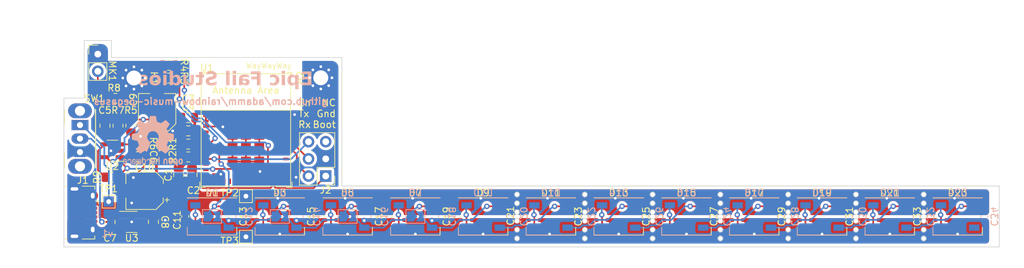
<source format=kicad_pcb>
(kicad_pcb (version 20221018) (generator pcbnew)
  (layers (0 "F.Cu" signal) (31 "B.Cu" signal) (34 "B.Paste" user) (35 "F.Paste" user) (36 "B.SilkS" user "B.Silkscreen") (37 "F.SilkS" user "F.Silkscreen") (38 "B.Mask" user) (39 "F.Mask" user) (44 "Edge.Cuts" user))
  (net 0 "")
  (net 1 "GND")
  (net 2 "/Reset")
  (net 3 "/Boot")
  (net 4 "+3.3V")
  (net 5 "Net-(MK1-+)")
  (net 6 "Net-(C5-Pad2)")
  (net 7 "Net-(U2--)")
  (net 8 "Net-(D1-DOUT)")
  (net 9 "/RGB_Data")
  (net 10 "Net-(D2-DOUT)")
  (net 11 "Net-(D3-DOUT)")
  (net 12 "Net-(D5-DOUT)")
  (net 13 "Net-(D4-DOUT)")
  (net 14 "Net-(D7-DOUT)")
  (net 15 "Net-(D10-DIN)")
  (net 16 "Net-(D10-DOUT)")
  (net 17 "Net-(D11-DOUT)")
  (net 18 "/RXD")
  (net 19 "/TXD")
  (net 20 "Net-(J1-VBUS)")
  (net 21 "Net-(U2-+)")
  (net 23 "/Mic_Signal")
  (net 35 "Net-(U1-GPIO8)")
  (net 50 "Net-(D13-DOUT)")
  (net 51 "Net-(D14-DOUT)")
  (net 52 "Net-(D15-DOUT)")
  (net 53 "Net-(D17-DOUT)")
  (net 54 "Net-(D18-DOUT)")
  (net 55 "Net-(D19-DOUT)")
  (net 56 "Net-(D6-DOUT)")
  (net 57 "Net-(D8-DOUT)")
  (net 58 "Net-(D12-DOUT)")
  (net 59 "Net-(D16-DOUT)")
  (net 60 "Net-(D20-DOUT)")
  (net 61 "Net-(SW1-B)")
  (net 63 "Net-(U1-GPIO2{slash}ADC1_CH2)")
  (net 64 "Net-(D21-DOUT)")
  (net 65 "Net-(D22-DOUT)")
  (net 66 "Net-(D23-DOUT)")
  (footprint "Capacitor_SMD:C_0603_1608Metric" (layer "F.Cu") (at 141.8475 100.6 90)
    (fp_text reference "C19")
    (fp_text value "0.1uF")
  )
  (footprint "LED_SMD:LED_WS2812B_PLCC4_5.0x5.0mm_P3.2mm" (layer "F.Cu") (at 125.8 100.6)
    (fp_text reference "D5")
    (fp_text value "WS2812B")
  )
  (footprint "LED_SMD:LED_WS2812B_PLCC4_5.0x5.0mm_P3.2mm" (layer "F.Cu") (at 105.8 100.6)
    (fp_text reference "D1")
    (fp_text value "WS2812B")
  )
  (footprint "Capacitor_SMD:C_0805_2012Metric" (layer "F.Cu") (at 97.1475 101.4 90)
    (fp_text reference "C8")
    (fp_text value "2.2uF")
  )
  (footprint "LED_SMD:LED_WS2812B_PLCC4_5.0x5.0mm_P3.2mm" (layer "F.Cu") (at 165.8 100.6)
    (fp_text reference "D13")
    (fp_text value "WS2812B")
  )
  (footprint "Capacitor_SMD:C_0805_2012Metric" (layer "F.Cu") (at 102.2975 85.99)
    (fp_text reference "C3")
    (fp_text value "10uF")
  )
  (footprint "Button_Switch_THT:SW_CuK_OS102011MA1QN1_SPDT_Angled" (layer "F.Cu") (at 86.3175 87.09 -90)
    (fp_text reference "SW1")
    (fp_text value "SW_SPDT")
  )
  (footprint "LED_SMD:LED_WS2812B_PLCC4_5.0x5.0mm_P3.2mm" (layer "F.Cu") (at 135.8 100.6)
    (fp_text reference "D7")
    (fp_text value "WS2812B")
  )
  (footprint "LED_SMD:LED_WS2812B_PLCC4_5.0x5.0mm_P3.2mm" (layer "F.Cu") (at 155.8 100.6)
    (fp_text reference "D11")
    (fp_text value "WS2812B")
  )
  (footprint "Resistor_SMD:R_0805_2012Metric" (layer "F.Cu") (at 99.4475 80.15 180)
    (fp_text reference "R3")
    (fp_text value "10k")
  )
  (footprint "Resistor_SMD:R_0805_2012Metric" (layer "F.Cu") (at 102.2975 89.9)
    (fp_text reference "R1")
    (fp_text value "10k")
  )
  (footprint "Capacitor_SMD:C_0603_1608Metric" (layer "F.Cu") (at 151.8475 100.5 90)
    (fp_text reference "C21")
    (fp_text value "0.1uF")
  )
  (footprint "Capacitor_SMD:C_0805_2012Metric" (layer "F.Cu") (at 100.8775 94.45 90)
    (fp_text reference "C1")
    (fp_text value "0.1uF")
  )
  (footprint "Capacitor_SMD:CP_Elec_5x5.9" (layer "F.Cu") (at 95.8475 96.8 180)
    (fp_text reference "C10")
    (fp_text value "220uF")
  )
  (footprint "Capacitor_SMD:C_0603_1608Metric" (layer "F.Cu") (at 131.8475 100.6 90)
    (fp_text reference "C17")
    (fp_text value "0.1uF")
  )
  (footprint "Capacitor_SMD:C_0603_1608Metric" (layer "F.Cu") (at 111.8475 100.6 90)
    (fp_text reference "C13")
    (fp_text value "0.1uF")
  )
  (footprint "Connector_PinHeader_2.54mm:PinHeader_2x03_P2.54mm_Vertical" (layer "F.Cu") (at 122.575 94.625 180)
    (fp_text reference "J2")
    (fp_text value "Conn_02x03_Odd_Even")
  )
  (footprint "TestPoint:TestPoint_THTPad_1.5x1.5mm_Drill0.7mm" (layer "F.Cu") (at 90.5475 98.4)
    (fp_text reference "TP1")
    (fp_text value "TestPoint")
  )
  (footprint "Resistor_SMD:R_0805_2012Metric" (layer "F.Cu") (at 91.9275 87.18 -90)
    (fp_text reference "R7")
    (fp_text value "10k")
  )
  (footprint "Capacitor_SMD:C_0603_1608Metric" (layer "F.Cu") (at 161.8475 100.6 90)
    (fp_text reference "C23")
    (fp_text value "0.1uF")
  )
  (footprint "Capacitor_SMD:C_0805_2012Metric" (layer "F.Cu") (at 90.7475 101.4 90)
    (fp_text reference "C7")
    (fp_text value "1.0uF")
  )
  (footprint "Capacitor_SMD:C_0805_2012Metric" (layer "F.Cu") (at 102.8475 94.45 90)
    (fp_text reference "C2")
    (fp_text value "0.1uF")
  )
  (footprint "LED_SMD:LED_WS2812B_PLCC4_5.0x5.0mm_P3.2mm" (layer "F.Cu") (at 215.8 100.6)
    (fp_text reference "D23")
    (fp_text value "WS2812B")
  )
  (footprint "TestPoint:TestPoint_THTPad_1.5x1.5mm_Drill0.7mm" (layer "F.Cu") (at 110.8 103.6 -90)
    (fp_text reference "TP3")
    (fp_text value "TestPoint")
  )
  (footprint "Package_TO_SOT_SMD:SOT-23-5" (layer "F.Cu") (at 93.9475 101.4)
    (fp_text reference "U3")
    (fp_text value "TLV75533PDBV")
  )
  (footprint "TestPoint:TestPoint_THTPad_1.5x1.5mm_Drill0.7mm" (layer "F.Cu") (at 110.8 97.6)
    (fp_text reference "TP2")
    (fp_text value "TestPoint")
  )
  (footprint "Capacitor_SMD:C_0603_1608Metric" (layer "F.Cu") (at 171.8475 100.6 90)
    (fp_text reference "C25")
    (fp_text value "0.1uF")
  )
  (footprint "LED_SMD:LED_WS2812B_PLCC4_5.0x5.0mm_P3.2mm" (layer "F.Cu") (at 175.8 100.6)
    (fp_text reference "D15")
    (fp_text value "WS2812B")
  )
  (footprint "LED_SMD:LED_WS2812B_PLCC4_5.0x5.0mm_P3.2mm" (layer "F.Cu") (at 185.8 100.6)
    (fp_text reference "D17")
    (fp_text value "WS2812B")
  )
  (footprint "LED_SMD:LED_WS2812B_PLCC4_5.0x5.0mm_P3.2mm" (layer "F.Cu") (at 205.8 100.6)
    (fp_text reference "D21")
    (fp_text value "WS2812B")
  )
  (footprint "Connector_PinHeader_2.54mm:PinHeader_1x02_P2.54mm_Vertical" (layer "F.Cu") (at 88.9475 76.6)
    (fp_text reference "MK1")
    (fp_text value "Microphone")
  )
  (footprint "Resistor_SMD:R_0805_2012Metric" (layer "F.Cu") (at 90.9475 94.8)
    (fp_text reference "R9")
    (fp_text value "820k")
  )
  (footprint "LED_SMD:LED_WS2812B_PLCC4_5.0x5.0mm_P3.2mm" (layer "F.Cu") (at 195.8 100.6)
    (fp_text reference "D19")
    (fp_text value "WS2812B")
  )
  (footprint "LED_SMD:LED_WS2812B_PLCC4_5.0x5.0mm_P3.2mm" (layer "F.Cu") (at 115.8 100.6)
    (fp_text reference "D3")
    (fp_text value "WS2812B")
  )
  (footprint "Capacitor_SMD:C_0603_1608Metric" (layer "F.Cu") (at 101.8475 100.6 90)
    (fp_text reference "C11")
    (fp_text value "0.1uF")
  )
  (footprint "Resistor_SMD:R_0805_2012Metric" (layer "F.Cu") (at 99.4475 78.25 180)
    (fp_text reference "R4")
    (fp_text value "10k")
  )
  (footprint "Resistor_SMD:R_0805_2012Metric" (layer "F.Cu") (at 94.8475 89.825 180)
    (fp_text reference "R6")
    (fp_text value "10k")
  )
  (footprint "Capacitor_SMD:C_0603_1608Metric" (layer "F.Cu") (at 181.8475 100.6 90)
    (fp_text reference "C27")
    (fp_text value "0.1uF")
  )
  (footprint "Capacitor_SMD:CP_Elec_5x5.9" (layer "F.Cu") (at 97.6975 85.19 90)
    (fp_text reference "C9")
    (fp_text value "220uF")
  )
  (footprint "MountingHole:MountingHole_2.2mm_M2_Pad_Via" (layer "F.Cu") (at 94.280774 80.133274 -90)
    (fp_text reference "H1")
    (fp_text value "MountingHole_Pad")
  )
  (footprint "Capacitor_SMD:C_0603_1608Metric" (layer "F.Cu") (at 201.825 100.6 90)
    (fp_text reference "C31")
    (fp_text value "0.1uF")
  )
  (footprint "Package_TO_SOT_SMD:SOT-23-5" (layer "F.Cu") (at 91.1 90.8875 180)
    (fp_text reference "U2")
    (fp_text value "OPA344NA")
  )
  (footprint "LED_SMD:LED_WS2812B_PLCC4_5.0x5.0mm_P3.2mm" (layer "F.Cu") (at 145.8 100.6)
    (fp_text reference "D9")
    (fp_text value "WS2812B")
  )
  (footprint "Capacitor_SMD:C_0603_1608Metric" (layer "F.Cu") (at 211.85 100.6 90)
    (fp_text reference "C33")
    (fp_text value "0.1uF")
  )
  (footprint "Capacitor_SMD:C_0805_2012Metric" (layer "F.Cu") (at 94.8725 91.775 180)
    (fp_text reference "C6")
    (fp_text value "4.7uF")
  )
  (footprint "PCM_Espressif:ESP32-C3-MINI-1" (layer "F.Cu") (at 110.8 87.8)
    (fp_text reference "U1")
    (fp_text value "ESP32-C3-MINI-1")
  )
  (footprint "Capacitor_SMD:C_0603_1608Metric" (layer "F.Cu") (at 191.8475 100.6 90)
    (fp_text reference "C29")
    (fp_text value "0.1uF")
  )
  (footprint "Capacitor_SMD:C_0603_1608Metric" (layer "F.Cu") (at 121.8475 100.6 90)
    (fp_text reference "C15")
    (fp_text value "0.1uF")
  )
  (footprint "MountingHole:MountingHole_2.2mm_M2_Pad_Via" (layer "F.Cu") (at 121.8475 80.1 90)
    (fp_text reference "H2")
    (fp_text value "MountingHole_Pad")
  )
  (footprint "Resistor_SMD:R_0805_2012Metric" (layer "F.Cu") (at 102.2975 91.8)
    (fp_text reference "R2")
    (fp_text value "10k")
  )
  (footprint "Connector_USB:USB_Micro-B_Molex-105017-0001" (layer "F.Cu") (at 86.7375 100.025 -90)
    (fp_text reference "J1")
    (fp_text value "USB_B_Micro")
  )
  (footprint "Resistor_SMD:R_0805_2012Metric" (layer "F.Cu") (at 93.8275 87.18 90)
    (fp_text reference "R5")
    (fp_text value "10k")
  )
  (footprint "Capacitor_SMD:C_0805_2012Metric" (layer "F.Cu") (at 102.2975 87.95)
    (fp_text reference "C4")
    (fp_text value "0.1uF")
  )
  (footprint "Capacitor_SMD:C_0805_2012Metric" (layer "F.Cu") (at 89.9975 87.18 -90)
    (fp_text reference "C5")
    (fp_text value "4.7uF")
  )
  (footprint "Resistor_SMD:R_0805_2012Metric" (layer "F.Cu") (at 91.5475 83.15 180)
    (fp_text reference "R8")
    (fp_text value "2.2k")
  )
  (footprint "LED_SMD:LED_WS2812B_PLCC4_5.0x5.0mm_P3.2mm" (layer "B.Cu") (at 175.8 100.6 180)
    (fp_text reference "D16")
    (fp_text value "WS2812B")
  )
  (footprint "Jumper:SolderJumper-2_P1.3mm_Open_TrianglePad1.0x1.5mm" (layer "B.Cu") (at 105.7975 100.6)
    (fp_text reference "JP1" hide)
    (fp_text value "SolderJumper")
  )
  (footprint "Jumper:SolderJumper-2_P1.3mm_Open_TrianglePad1.0x1.5mm" (layer "B.Cu") (at 115.8 100.6)
    (fp_text reference "JP2" hide)
    (fp_text value "SolderJumper")
  )
  (footprint "Symbol:OSHW-Logo2_9.8x8mm_SilkScreen" (layer "B.Cu") (at 97.08 89.46 180)
    (fp_text reference "REF**" hide)
    (fp_text value "OSHW-Logo2_9.8x8mm_SilkScreen" hide)
  )
  (footprint "Capacitor_SMD:C_0603_1608Metric" (layer "B.Cu") (at 189.7475 100.6 90)
    (fp_text reference "C28")
    (fp_text value "0.1uF")
  )
  (footprint "LED_SMD:LED_WS2812B_PLCC4_5.0x5.0mm_P3.2mm" (layer "B.Cu") (at 105.8 100.6 180)
    (fp_text reference "D2")
    (fp_text value "WS2812B")
  )
  (footprint "Capacitor_SMD:C_0603_1608Metric" (layer "B.Cu") (at 109.8475 100.6 90)
    (fp_text reference "C12")
    (fp_text value "0.1uF")
  )
  (footprint "LED_SMD:LED_WS2812B_PLCC4_5.0x5.0mm_P3.2mm" (layer "B.Cu") (at 165.8 100.6 180)
    (fp_text reference "D14")
    (fp_text value "WS2812B")
  )
  (footprint "LED_SMD:LED_WS2812B_PLCC4_5.0x5.0mm_P3.2mm" (layer "B.Cu") (at 145.8 100.6 180)
    (fp_text reference "D10")
    (fp_text value "WS2812B")
  )
  (footprint "Capacitor_SMD:C_0603_1608Metric" (layer "B.Cu") (at 159.7475 100.6 90)
    (fp_text reference "C22")
    (fp_text value "0.1uF")
  )
  (footprint "LED_SMD:LED_WS2812B_PLCC4_5.0x5.0mm_P3.2mm" (layer "B.Cu") (at 205.8 100.6 180)
    (fp_text reference "D22")
    (fp_text value "WS2812B")
  )
  (footprint "Capacitor_SMD:C_0603_1608Metric" (layer "B.Cu") (at 139.7475 100.6 90)
    (fp_text reference "C18")
    (fp_text value "0.1uF")
  )
  (footprint "Capacitor_SMD:C_0603_1608Metric" (layer "B.Cu") (at 209.76 100.6 90)
    (fp_text reference "C32")
    (fp_text value "0.1uF")
  )
  (footprint "LED_SMD:LED_WS2812B_PLCC4_5.0x5.0mm_P3.2mm" (layer "B.Cu") (at 155.8 100.6 180)
    (fp_text reference "D12")
    (fp_text value "WS2812B")
  )
  (footprint "Capacitor_SMD:C_0603_1608Metric" (layer "B.Cu") (at 119.7475 100.6 90)
    (fp_text reference "C14")
    (fp_text value "0.1uF")
  )
  (footprint "LED_SMD:LED_WS2812B_PLCC4_5.0x5.0mm_P3.2mm" (layer "B.Cu") (at 135.8 100.6 180)
    (fp_text reference "D8")
    (fp_text value "WS2812B")
  )
  (footprint "LED_SMD:LED_WS2812B_PLCC4_5.0x5.0mm_P3.2mm" (layer "B.Cu") (at 115.8 100.6 180)
    (fp_text reference "D4")
    (fp_text value "WS2812B")
  )
  (footprint "Capacitor_SMD:C_0603_1608Metric" (layer "B.Cu") (at 219.75 100.6 90)
    (fp_text reference "C34")
    (fp_text value "0.1uF")
  )
  (footprint "Capacitor_SMD:C_0603_1608Metric" (layer "B.Cu") (at 169.7475 100.6 90)
    (fp_text reference "C26")
    (fp_text value "0.1uF")
  )
  (footprint "Capacitor_SMD:C_0603_1608Metric" (layer "B.Cu") (at 199.75 100.6 90)
    (fp_text reference "C30")
    (fp_text value "0.1uF")
  )
  (footprint "Jumper:SolderJumper-2_P1.3mm_Open_TrianglePad1.0x1.5mm" (layer "B.Cu") (at 125.8 100.6)
    (fp_text reference "JP3" hide)
    (fp_text value "SolderJumper")
  )
  (footprint "Capacitor_SMD:C_0603_1608Metric" (layer "B.Cu") (at 149.7475 100.6 90)
    (fp_text reference "C20")
    (fp_text value "0.1uF")
  )
  (footprint "LED_SMD:LED_WS2812B_PLCC4_5.0x5.0mm_P3.2mm" (layer "B.Cu") (at 185.8 100.6 180)
    (fp_text reference "D18")
    (fp_text value "WS2812B")
  )
  (footprint "Capacitor_SMD:C_0603_1608Metric" (layer "B.Cu") (at 179.7475 100.6 90)
    (fp_text reference "C24")
    (fp_text value "0.1uF")
  )
  (footprint "Capacitor_SMD:C_0603_1608Metric" (layer "B.Cu") (at 129.7475 100.6 90)
    (fp_text reference "C16")
    (fp_text value "0.1uF")
  )
  (footprint "LED_SMD:LED_WS2812B_PLCC4_5.0x5.0mm_P3.2mm" (layer "B.Cu") (at 125.8 100.6 180)
    (fp_text reference "D6")
    (fp_text value "WS2812B")
  )
  (footprint "LED_SMD:LED_WS2812B_PLCC4_5.0x5.0mm_P3.2mm" (layer "B.Cu") (at 215.8 100.6 180)
    (fp_text reference "D24")
    (fp_text value "WS2812B")
  )
  (footprint "Jumper:SolderJumper-2_P1.3mm_Open_TrianglePad1.0x1.5mm" (layer "B.Cu") (at 135.8 100.6)
    (fp_text reference "JP4" hide)
    (fp_text value "SolderJumper")
  )
  (footprint "LED_SMD:LED_WS2812B_PLCC4_5.0x5.0mm_P3.2mm" (layer "B.Cu") (at 195.8 100.6 180)
    (fp_text reference "D20")
    (fp_text value "WS2812B")
  )
  (gr_line (start 221.9475 105.1) (end 83.9475 105.1) (stroke (width 0.1)) (layer "Edge.Cuts"))
  (gr_circle (center 150.8 103.85) (end 151.05 104.1) (stroke (width 0.1)) (fill none) (layer "Edge.Cuts"))
  (gr_circle (center 210.8 102.55) (end 211.05 102.8) (stroke (width 0.1)) (fill none) (layer "Edge.Cuts"))
  (gr_line (start 86.9475 74.6) (end 90.9475 74.6) (stroke (width 0.1)) (layer "Edge.Cuts"))
  (gr_circle (center 210.8 97.35) (end 211.05 97.6) (stroke (width 0.1)) (fill none) (layer "Edge.Cuts"))
  (gr_circle (center 170.8 99.95) (end 171.05 100.2) (stroke (width 0.1)) (fill none) (layer "Edge.Cuts"))
  (gr_circle (center 210.8 99.95) (end 211.05 100.2) (stroke (width 0.1)) (fill none) (layer "Edge.Cuts"))
  (gr_circle (center 200.8 97.35) (end 201.05 97.6) (stroke (width 0.1)) (fill none) (layer "Edge.Cuts"))
  (gr_circle (center 150.8 98.65) (end 151.05 98.9) (stroke (width 0.1)) (fill none) (layer "Edge.Cuts"))
  (gr_circle (center 180.8 101.25) (end 181.05 101.5) (stroke (width 0.1)) (fill none) (layer "Edge.Cuts"))
  (gr_circle (center 200.8 102.55) (end 201.05 102.8) (stroke (width 0.1)) (fill none) (layer "Edge.Cuts"))
  (gr_line (start 90.9475 74.6) (end 90.9475 74.6) (stroke (width 0.1)) (layer "Edge.Cuts"))
  (gr_circle (center 160.8 101.25) (end 161.05 101.5) (stroke (width 0.1)) (fill none) (layer "Edge.Cuts"))
  (gr_circle (center 200.8 99.95) (end 201.05 100.2) (stroke (width 0.1)) (fill none) (layer "Edge.Cuts"))
  (gr_circle (center 180.8 97.35) (end 181.05 97.6) (stroke (width 0.1)) (fill none) (layer "Edge.Cuts"))
  (gr_circle (center 150.8 102.55) (end 151.05 102.8) (stroke (width 0.1)) (fill none) (layer "Edge.Cuts"))
  (gr_circle (center 170.8 103.85) (end 171.05 104.1) (stroke (width 0.1)) (fill none) (layer "Edge.Cuts"))
  (gr_circle (center 190.8 97.35) (end 191.05 97.6) (stroke (width 0.1)) (fill none) (layer "Edge.Cuts"))
  (gr_circle (center 150.8 97.35) (end 151.05 97.6) (stroke (width 0.1)) (fill none) (layer "Edge.Cuts"))
  (gr_circle (center 200.8 103.85) (end 201.05 104.1) (stroke (width 0.1)) (fill none) (layer "Edge.Cuts"))
  (gr_line (start 90.9475 77.1) (end 124.9475 77.1) (stroke (width 0.1)) (layer "Edge.Cuts"))
  (gr_circle (center 190.8 99.95) (end 191.05 100.2) (stroke (width 0.1)) (fill none) (layer "Edge.Cuts"))
  (gr_circle (center 170.8 98.65) (end 171.05 98.9) (stroke (width 0.1)) (fill none) (layer "Edge.Cuts"))
  (gr_circle (center 190.8 103.85) (end 191.05 104.1) (stroke (width 0.1)) (fill none) (layer "Edge.Cuts"))
  (gr_circle (center 180.8 103.85) (end 181.05 104.1) (stroke (width 0.1)) (fill none) (layer "Edge.Cuts"))
  (gr_circle (center 180.8 102.55) (end 181.05 102.8) (stroke (width 0.1)) (fill none) (layer "Edge.Cuts"))
  (gr_circle (center 170.8 102.55) (end 171.05 102.8) (stroke (width 0.1)) (fill none) (layer "Edge.Cuts"))
  (gr_circle (center 190.8 101.25) (end 191.05 101.5) (stroke (width 0.1)) (fill none) (layer "Edge.Cuts"))
  (gr_line (start 83.9475 105.1) (end 83.9475 83.1) (stroke (width 0.1)) (layer "Edge.Cuts"))
  (gr_line (start 124.9475 77.1) (end 124.9475 96.1) (stroke (width 0.1)) (layer "Edge.Cuts"))
  (gr_circle (center 200.8 98.65) (end 201.05 98.9) (stroke (width 0.1)) (fill none) (layer "Edge.Cuts"))
  (gr_circle (center 210.8 103.85) (end 211.05 104.1) (stroke (width 0.1)) (fill none) (layer "Edge.Cuts"))
  (gr_circle (center 160.8 99.95) (end 161.05 100.2) (stroke (width 0.1)) (fill none) (layer "Edge.Cuts"))
  (gr_line (start 83.9475 83.1) (end 86.9475 83.1) (stroke (width 0.1)) (layer "Edge.Cuts"))
  (gr_circle (center 160.8 97.35) (end 161.05 97.6) (stroke (width 0.1)) (fill none) (layer "Edge.Cuts"))
  (gr_line (start 221.9475 96.1) (end 221.9475 105.1) (stroke (width 0.1)) (layer "Edge.Cuts"))
  (gr_circle (center 150.8 101.25) (end 151.05 101.5) (stroke (width 0.1)) (fill none) (layer "Edge.Cuts"))
  (gr_circle (center 200.8 101.25) (end 201.05 101.5) (stroke (width 0.1)) (fill none) (layer "Edge.Cuts"))
  (gr_circle (center 160.8 98.65) (end 161.05 98.9) (stroke (width 0.1)) (fill none) (layer "Edge.Cuts"))
  (gr_circle (center 190.8 102.55) (end 191.05 102.8) (stroke (width 0.1)) (fill none) (layer "Edge.Cuts"))
  (gr_circle (center 210.8 101.25) (end 211.05 101.5) (stroke (width 0.1)) (fill none) (layer "Edge.Cuts"))
  (gr_line (start 90.9475 74.6) (end 90.9475 77.1) (stroke (width 0.1)) (layer "Edge.Cuts"))
  (gr_circle (center 210.8 98.65) (end 211.05 98.9) (stroke (width 0.1)) (fill none) (layer "Edge.Cuts"))
  (gr_circle (center 170.8 97.35) (end 171.05 97.6) (stroke (width 0.1)) (fill none) (layer "Edge.Cuts"))
  (gr_circle (center 150.8 99.95) (end 151.05 100.2) (stroke (width 0.1)) (fill none) (layer "Edge.Cuts"))
  (gr_circle (center 180.8 99.95) (end 181.05 100.2) (stroke (width 0.1)) (fill none) (layer "Edge.Cuts"))
  (gr_circle (center 160.8 103.85) (end 161.05 104.1) (stroke (width 0.1)) (fill none) (layer "Edge.Cuts"))
  (gr_circle (center 170.8 101.25) (end 171.05 101.5) (stroke (width 0.1)) (fill none) (layer "Edge.Cuts"))
  (gr_circle (center 160.8 102.55) (end 161.05 102.8) (stroke (width 0.1)) (fill none) (layer "Edge.Cuts"))
  (gr_circle (center 180.8 98.65) (end 181.05 98.9) (stroke (width 0.1)) (fill none) (layer "Edge.Cuts"))
  (gr_line (start 86.9475 83.1) (end 86.9475 74.6) (stroke (width 0.1)) (layer "Edge.Cuts"))
  (gr_circle (center 190.8 98.65) (end 191.05 98.9) (stroke (width 0.1)) (fill none) (layer "Edge.Cuts"))
  (gr_line (start 124.9475 96.1) (end 221.9475 96.1) (stroke (width 0.1)) (layer "Edge.Cuts"))
  (gr_text "v1" (at 90.3475 103.7) (layer "B.SilkS") (effects (font (size 1 1)) (justify bottom mirror)))
  (gr_text "Epic Fail Studios" (at 107.7475 79.2) (layer "B.SilkS") (effects (font (size 2 2) (thickness 0.3) bold) (justify top mirror)))
  (gr_text "github.com/adamm/rainbow-music-pegasus" (at 122.9475 83) (layer "B.SilkS") (effects (font (size 1 1) (thickness 0.2) bold) (justify left top mirror)))
  (gr_text "WayWayWay" (at 117.5975 78.3) (layer "F.SilkS") (effects (font (size 0.8 0.8) (thickness 0.1)) (justify right)))
  (gr_text "En\nTx\nRx" (at 118.4475 87.6) (layer "F.SilkS") (effects (font (size 1 1)) (justify left bottom)))
  (gr_text "NC\nGnd\nBoot" (at 124.1475 87.6) (layer "F.SilkS") (effects (font (size 1 1)) (justify right bottom)))
  (segment (start 197.3 103.2) (end 195.8 103.2) (width 0.25) (layer "F.Cu") (net 1))
  (segment (start 131.8475 102.5975) (end 132.45 103.2) (width 0.25) (layer "F.Cu") (net 1))
  (segment (start 95.76 89.26) (end 95.76 89.825) (width 0.25) (layer "F.Cu") (net 1))
  (segment (start 179.2 103.2) (end 185.8 103.2) (width 0.25) (layer "F.Cu") (net 1))
  (segment (start 85.5 96.525) (end 87.2 96.525) (width 1.55) (layer "F.Cu") (net 1))
  (segment (start 93.394251 101.4) (end 93.394251 101.4) (width 0.5) (layer "F.Cu") (net 1))
  (segment (start 212.45 103.2) (end 215.8 103.2) (width 0.25) (layer "F.Cu") (net 1))
  (segment (start 201.8475 101.375) (end 201.8475 102.5975) (width 0.25) (layer "F.Cu") (net 1))
  (segment (start 116.75 85.55) (end 117.9675 85.55) (width 0.25) (layer "F.Cu") (net 1))
  (segment (start 119.55 103.2) (end 125.8 103.2) (width 0.25) (layer "F.Cu") (net 1))
  (segment (start 202.45 103.2) (end 205.8 103.2) (width 0.25) (layer "F.Cu") (net 1))
  (segment (start 112.45 103.2) (end 115.8 103.2) (width 0.25) (layer "F.Cu") (net 1))
  (segment (start 107.65 87.35) (end 108.825 88.525) (width 0.25) (layer "F.Cu") (net 1))
  (segment (start 104.9 94.5) (end 104.9 95.4) (width 0.25) (layer "F.Cu") (net 1))
  (segment (start 107.1 94.35) (end 107.6 94.85) (width 0.25) (layer "F.Cu") (net 1))
  (segment (start 218.25 102.25) (end 217.3 103.2) (width 0.25) (layer "F.Cu") (net 1))
  (segment (start 117.55 95.45) (end 116.75 95.45) (width 0.25) (layer "F.Cu") (net 1))
  (segment (start 101.8475 102.5975) (end 102.45 103.2) (width 0.25) (layer "F.Cu") (net 1))
  (segment (start 104.9 85.6) (end 104.85 85.55) (width 0.25) (layer "F.Cu") (net 1))
  (segment (start 158.55 102.25) (end 159.5 103.2) (width 0.25) (layer "F.Cu") (net 1))
  (segment (start 211.8475 101.375) (end 211.8475 102.5975) (width 0.25) (layer "F.Cu") (net 1))
  (segment (start 152.45 103.2) (end 155.6 103.2) (width 0.25) (layer "F.Cu") (net 1))
  (segment (start 192.45 103.2) (end 195.8 103.2) (width 0.25) (layer "F.Cu") (net 1))
  (segment (start 171.8475 101.375) (end 171.8475 102.5975) (width 0.25) (layer "F.Cu") (net 1))
  (segment (start 198.25 102.25) (end 197.3 103.2) (width 0.25) (layer "F.Cu") (net 1))
  (segment (start 112.875 92.575) (end 112.775 92.475) (width 0.25) (layer "F.Cu") (net 1))
  (segment (start 107.6 94.85) (end 107.6 95.4) (width 0.25) (layer "F.Cu") (net 1))
  (segment (start 168.25 102.25) (end 168.55 102.25) (width 0.25) (layer "F.Cu") (net 1))
  (segment (start 138.25 102.25) (end 139.2 103.2) (width 0.25) (layer "F.Cu") (net 1))
  (segment (start 104.85 95.45) (end 105.95 94.35) (width 0.25) (layer "F.Cu") (net 1))
  (segment (start 127.3 103.2) (end 128.25 102.25) (width 0.25) (layer "F.Cu") (net 1))
  (segment (start 108.262299 101.200498) (end 108.25 101.212797) (width 0.25) (layer "F.Cu") (net 1))
  (segment (start 110.8 92.475) (end 110.8 88.525) (width 0.25) (layer "F.Cu") (net 1))
  (segment (start 93.9475 100.846751) (end 93.9475 100.846751) (width 0.5) (layer "F.Cu") (net 1))
  (segment (start 205.8 103.2) (end 207.3 103.2) (width 0.25) (layer "F.Cu") (net 1))
  (segment (start 118.6 102.25) (end 119.55 103.2) (width 0.25) (layer "F.Cu") (net 1))
  (segment (start 182.45 103.2) (end 185.8 103.2) (width 0.25) (layer "F.Cu") (net 1))
  (segment (start 141.8475 102.5975) (end 142.45 103.2) (width 0.25) (layer "F.Cu") (net 1))
  (segment (start 101.8675 94.53) (end 101.8675 95.4) (width 0.25) (layer "F.Cu") (net 1))
  (segment (start 100.8775 95.4) (end 102.8475 95.4) (width 0.25) (layer "F.Cu") (net 1))
  (segment (start 145.8 103.2) (end 147.3 103.2) (width 0.25) (layer "F.Cu") (net 1))
  (segment (start 185.8 103.2) (end 187.3 103.2) (width 0.25) (layer "F.Cu") (net 1))
  (segment (start 108.825 90.5) (end 112.775 90.5) (width 0.25) (layer "F.Cu") (net 1))
  (segment (start 211.8475 102.5975) (end 212.45 103.2) (width 0.25) (layer "F.Cu") (net 1))
  (segment (start 191.8475 101.375) (end 191.8475 102.5975) (width 0.25) (layer "F.Cu") (net 1))
  (segment (start 118.2 94.8) (end 117.55 95.45) (width 0.25) (layer "F.Cu") (net 1))
  (segment (start 93.9475 100.846751) (end 93.9475 98.6) (width 0.5) (layer "F.Cu") (net 1))
  (segment (start 93.9475 98.6) (end 93.9475 96.95) (width 0.5) (layer "F.Cu") (net 1))
  (segment (start 161.8475 102.5975) (end 162.45 103.2) (width 0.25) (layer "F.Cu") (net 1))
  (segment (start 102.45 103.2) (end 105.8 103.2) (width 0.25) (layer "F.Cu") (net 1))
  (segment (start 111.8475 101.375) (end 111.8475 102.5975) (width 0.25) (layer "F.Cu") (net 1))
  (segment (start 171.8475 102.5975) (end 172.45 103.2) (width 0.25) (layer "F.Cu") (net 1))
  (segment (start 162.45 103.2) (end 165.8 103.2) (width 0.25) (layer "F.Cu") (net 1))
  (segment (start 181.8475 102.5975) (end 182.45 103.2) (width 0.25) (layer "F.Cu") (net 1))
  (segment (start 135.8 103.2) (end 137.3 103.2) (width 0.25) (layer "F.Cu") (net 1))
  (segment (start 191.8475 102.5975) (end 192.45 103.2) (width 0.25) (layer "F.Cu") (net 1))
  (segment (start 195.8 103.2) (end 189.2 103.2) (width 0.25) (layer "F.Cu") (net 1))
  (segment (start 147.3 103.2) (end 148.25 102.25) (width 0.25) (layer "F.Cu") (net 1))
  (segment (start 97.6975 82.99) (end 97.1375 82.99) (width 0.4) (layer "F.Cu") (net 1))
  (segment (start 115.8 103.2) (end 117.35 103.2) (width 0.25) (layer "F.Cu") (net 1))
  (segment (start 158.25 102.25) (end 158.55 102.25) (width 0.25) (layer "F.Cu") (net 1))
  (segment (start 101.3475 85.99) (end 101.3475 87.95) (width 0.25) (layer "F.Cu") (net 1))
  (segment (start 169.5 103.2) (end 175.8 103.2) (width 0.25) (layer "F.Cu") (net 1))
  (segment (start 118.3 102.25) (end 118.6 102.25) (width 0.25) (layer "F.Cu") (net 1))
  (segment (start 107.3975 87.35) (end 107.65 87.35) (width 0.25) (layer "F.Cu") (net 1))
  (segment (start 201.8475 102.5975) (end 202.45 103.2) (width 0.25) (layer "F.Cu") (net 1))
  (segment (start 138.25 101.200498) (end 138.25 102.25) (width 0.25) (layer "F.Cu") (net 1))
  (segment (start 131.8475 101.375) (end 131.8475 102.5975) (width 0.25) (layer "F.Cu") (net 1))
  (segment (start 132.45 103.2) (end 135.8 103.2) (width 0.25) (layer "F.Cu") (net 1))
  (segment (start 104.85 85.55) (end 116.75 85.55) (width 0.25) (layer "F.Cu") (net 1))
  (segment (start 172.45 103.2) (end 175.8 103.2) (width 0.25) (layer "F.Cu") (net 1))
  (segment (start 177.3 103.2) (end 178.25 102.25) (width 0.25) (layer "F.Cu") (net 1))
  (segment (start 151.8475 101.275) (end 151.8475 102.5975) (width 0.25) (layer "F.Cu") (net 1))
  (segment (start 112.775 92.475) (end 112.775 88.525) (width 0.25) (layer "F.Cu") (net 1))
  (segment (start 101.3475 87.95) (end 100 87.95) (width 0.25) (layer "F.Cu") (net 1))
  (segment (start 101.8675 95.4) (end 100.8775 95.4) (width 0.25) (layer "F.Cu") (net 1))
  (segment (start 95.25 88.75) (end 95.76 89.26) (width 0.25) (layer "F.Cu") (net 1))
  (segment (start 139.2 103.2) (end 140.8 103.2) (width 0.25) (layer "F.Cu") (net 1))
  (segment (start 105.95 94.35) (end 107.1 94.35) (width 0.25) (layer "F.Cu") (net 1))
  (segment (start 128.25 102.25) (end 129.2 103.2) (width 0.25) (layer "F.Cu") (net 1))
  (segment (start 149.2 103.2) (end 155.6 103.2) (width 0.25) (layer "F.Cu") (net 1))
  (segment (start 128.25 101.200498) (end 128.25 102.25) (width 0.25) (layer "F.Cu") (net 1))
  (segment (start 108.825 88.525) (end 108.825 92.475) (width 0.25) (layer "F.Cu") (net 1))
  (segment (start 109.2 103.2) (end 115.8 103.2) (width 0.25) (layer "F.Cu") (net 1))
  (segment (start 95.8225 91.775) (end 95.8225 89.8875) (width 0.25) (layer "F.Cu") (net 1))
  (segment (start 112.875 93.95) (end 112.875 92.575) (width 0.25) (layer "F.Cu") (net 1))
  (segment (start 159.5 103.2) (end 165.8 103.2) (width 0.25) (layer "F.Cu") (net 1))
  (segment (start 104.9 95.4) (end 104.85 95.45) (width 0.25) (layer "F.Cu") (net 1))
  (segment (start 93.394251 101.4) (end 93.9475 101.4) (width 0.5) (layer "F.Cu") (net 1))
  (segment (start 94.1975 94.85) (end 94.1975 96.25) (width 0.25) (layer "F.Cu") (net 1))
  (segment (start 107.3 103.2) (end 108.25 102.25) (width 0.25) (layer "F.Cu") (net 1))
  (segment (start 167.3 103.2) (end 168.25 102.25) (width 0.25) (layer "F.Cu") (net 1))
  (segment (start 118.25 101.212797) (end 118.25 102.25) (width 0.25) (layer "F.Cu") (net 1))
  (segment (start 95.8225 93.15) (end 95.8225 91.775) (width 0.25) (layer "F.Cu") (net 1))
  (segment (start 151.8475 102.5975) (end 152.45 103.2) (width 0.25) (layer "F.Cu") (net 1))
  (segment (start 155.6 103.2) (end 157.3 103.2) (width 0.25) (layer "F.Cu") (net 1))
  (segment (start 117.35 103.2) (end 118.3 102.25) (width 0.25) (layer "F.Cu") (net 1))
  (segment (start 137.3 103.2) (end 138.25 102.25) (width 0.25) (layer "F.Cu") (net 1))
  (segment (start 118.262299 101.200498) (end 118.25 101.212797) (width 0.25) (layer "F.Cu") (net 1))
  (segment (start 168.55 102.25) (end 169.5 103.2) (width 0.25) (layer "F.Cu") (net 1))
  (segment (start 181.8475 101.375) (end 181.8475 102.5975) (width 0.25) (layer "F.Cu") (net 1))
  (segment (start 121.8475 101.375) (end 121.8475 102.5975) (width 0.25) (layer "F.Cu") (net 1))
  (segment (start 217.3 103.2) (end 215.8 103.2) (width 0.25) (layer "F.Cu") (net 1))
  (segment (start 165.8 103.2) (end 167.3 103.2) (width 0.25) (layer "F.Cu") (net 1))
  (segment (start 108.25 102.25) (end 109.2 103.2) (width 0.25) (layer "F.Cu") (net 1))
  (segment (start 121.8475 102.5975) (end 122.45 103.2) (width 0.25) (layer "F.Cu") (net 1))
  (segment (start 140.8 103.2) (end 145.8 103.2) (width 0.25) (layer "F.Cu") (net 1))
  (segment (start 207.3 103.2) (end 208.25 102.25) (width 0.25) (layer "F.Cu") (net 1))
  (segment (start 101.8475 101.375) (end 101.8475 102.5975) (width 0.25) (layer "F.Cu") (net 1))
  (segment (start 93.9475 101.4) (end 93.9475 100.846751) (width 0.5) (layer "F.Cu") (net 1))
  (segment (start 95.8225 89.8875) (end 95.76 89.825) (width 0.25) (layer "F.Cu") (net 1))
  (segment (start 175.8 103.2) (end 177.3 103.2) (width 0.25) (layer "F.Cu") (net 1))
  (segment (start 117.9675 85.55) (end 117.9775 85.54) (width 0.25) (layer "F.Cu") (net 1))
  (segment (start 148.25 102.25) (end 149.2 103.2) (width 0.25) (layer "F.Cu") (net 1))
  (segment (start 105.8 103.2) (end 107.3 103.2) (width 0.25) (layer "F.Cu") (net 1))
  (segment (start 129.2 103.2) (end 135.8 103.2) (width 0.25) (layer "F.Cu") (net 1))
  (segment (start 85.5 96.525) (end 85.5 102.925) (width 1.55) (layer "F.Cu") (net 1))
  (segment (start 157.3 103.2) (end 158.25 102.25) (width 0.25) (layer "F.Cu") (net 1))
  (segment (start 90.8875 90.8875) (end 92.2375 90.8875) (width 0.25) (layer "F.Cu") (net 1))
  (segment (start 161.8475 101.375) (end 161.8475 102.5975) (width 0.25) (layer "F.Cu") (net 1))
  (segment (start 111.8475 102.5975) (end 112.45 103.2) (width 0.25) (layer "F.Cu") (net 1))
  (segment (start 87.2 96.525) (end 88.2 97.525) (width 1.55) (layer "F.Cu") (net 1))
  (segment (start 112.775 88.525) (end 108.825 88.525) (width 0.25) (layer "F.Cu") (net 1))
  (segment (start 108.25 101.212797) (end 108.25 102.25) (width 0.25) (layer "F.Cu") (net 1))
  (segment (start 97.1375 82.99) (end 94.280774 80.133274) (width 0.4) (layer "F.Cu") (net 1))
  (segment (start 107.3975 87.35) (end 107.3475 87.3) (width 0.25) (layer "F.Cu") (net 1))
  (segment (start 189.2 103.2) (end 188.25 102.25) (width 0.25) (layer "F.Cu") (net 1))
  (segment (start 92.81 101.4) (end 93.394251 101.4) (width 0.5) (layer "F.Cu") (net 1))
  (segment (start 122.45 103.2) (end 125.8 103.2) (width 0.25) (layer "F.Cu") (net 1))
  (segment (start 104.9 87.3) (end 104.9 85.6) (width 0.25) (layer "F.Cu") (net 1))
  (segment (start 94.1975 94.85) (end 94.1975 94.775) (width 0.25) (layer "F.Cu") (net 1))
  (segment (start 142.45 103.2) (end 145.8 103.2) (width 0.25) (layer "F.Cu") (net 1))
  (segment (start 94.1975 94.775) (end 95.8225 93.15) (width 0.25) (layer "F.Cu") (net 1))
  (segment (start 108.825 92.475) (end 112.775 92.475) (width 0.25) (layer "F.Cu") (net 1))
  (segment (start 215.8 103.2) (end 209.2 103.2) (width 0.25) (layer "F.Cu") (net 1))
  (segment (start 107.3475 87.3) (end 104.9 87.3) (width 0.25) (layer "F.Cu") (net 1))
  (segment (start 178.25 102.25) (end 179.2 103.2) (width 0.25) (layer "F.Cu") (net 1))
  (segment (start 187.3 103.2) (end 188.25 102.25) (width 0.25) (layer "F.Cu") (net 1))
  (segment (start 141.8475 101.375) (end 141.8475 102.5975) (width 0.25) (layer "F.Cu") (net 1))
  (segment (start 209.2 103.2) (end 208.25 102.25) (width 0.25) (layer "F.Cu") (net 1))
  (segment (start 125.8 103.2) (end 127.3 103.2) (width 0.25) (layer "F.Cu") (net 1))
  (via (at 107.1 94.35) (size 0.8) (drill 0.4) (layers "F.Cu" "B.Cu") (net 1))
  (via (at 205.8 103.2) (size 0.8) (drill 0.4) (layers "F.Cu" "B.Cu") (net 1))
  (via (at 93.9475 101.4) (size 0.8) (drill 0.4) (layers "F.Cu" "B.Cu") (net 1))
  (via (at 93.9475 98.6) (size 0.8) (drill 0.4) (layers "F.Cu" "B.Cu") (net 1))
  (via (at 112.875 93.95) (size 0.8) (drill 0.4) (layers "F.Cu" "B.Cu") (net 1))
  (via (at 145.8 103.2) (size 0.8) (drill 0.4) (layers "F.Cu" "B.Cu") (net 1))
  (via (at 94.1975 94.85) (size 0.8) (drill 0.4) (layers "F.Cu" "B.Cu") (net 1))
  (via (at 175.8 103.2) (size 0.8) (drill 0.4) (layers "F.Cu" "B.Cu") (net 1))
  (via (at 107.3975 87.35) (size 0.8) (drill 0.4) (layers "F.Cu" "B.Cu") (net 1))
  (via (at 118.262299 101.200498) (size 0.8) (drill 0.4) (layers "F.Cu" "B.Cu") (net 1))
  (via (at 118.2 94.8) (size 0.8) (drill 0.4) (layers "F.Cu" "B.Cu") (net 1))
  (via (at 98.8975 101.15) (size 0.8) (drill 0.4) (layers "F.Cu" "B.Cu") (net 1))
  (via (at 101.8675 94.53) (size 0.8) (drill 0.4) (layers "F.Cu" "B.Cu") (net 1))
  (via (at 100 87.95) (size 0.8) (drill 0.4) (layers "F.Cu" "B.Cu") (net 1))
  (via (at 115.8 103.2) (size 0.8) (drill 0.4) (layers "F.Cu" "B.Cu") (net 1))
  (via (at 138.25 101.200498) (size 0.8) (drill 0.4) (layers "F.Cu" "B.Cu") (net 1))
  (via (at 135.8 103.2) (size 0.8) (drill 0.4) (layers "F.Cu" "B.Cu") (net 1))
  (via (at 165.8 103.2) (size 0.8) (drill 0.4) (layers "F.Cu" "B.Cu") (net 1))
  (via (at 195.8 103.2) (size 0.8) (drill 0.4) (layers "F.Cu" "B.Cu") (net 1))
  (via (at 128.25 101.200498) (size 0.8) (drill 0.4) (layers "F.Cu" "B.Cu") (net 1))
  (via (at 90.8875 90.8875) (size 0.8) (drill 0.4) (layers "F.Cu" "B.Cu") (net 1))
  (via (at 185.8 103.2) (size 0.8) (drill 0.4) (layers "F.Cu" "B.Cu") (net 1))
  (via (at 155.6 103.2) (size 0.8) (drill 0.4) (layers "F.Cu" "B.Cu") (net 1))
  (via (at 125.8 103.2) (size 0.8) (drill 0.4) (layers "F.Cu" "B.Cu") (net 1))
  (via (at 117.9775 85.54) (size 0.8) (drill 0.4) (layers "F.Cu" "B.Cu") (net 1))
  (via (at 215.8 103.2) (size 0.8) (drill 0.4) (layers "F.Cu" "B.Cu") (net 1))
  (via (at 108.262299 101.200498) (size 0.8) (drill 0.4) (layers "F.Cu" "B.Cu") (net 1))
  (via (at 95.25 88.75) (size 0.8) (drill 0.4) (layers "F.Cu" "B.Cu") (net 1))
  (segment (start 182.4 103.2) (end 174.3 103.2) (width 0.25) (layer "B.Cu") (net 1))
  (segment (start 122.315 92.085) (end 122.575 92.085) (width 0.25) (layer "B.Cu") (net 1))
  (segment (start 164.3 103.2) (end 163.35 102.25) (width 0.25) (layer "B.Cu") (net 1))
  (segment (start 204.3 103.2) (end 212.4 103.2) (width 0.25) (layer "B.Cu") (net 1))
  (segment (start 202.4 103.2) (end 203.35 102.25) (width 0.25) (layer "B.Cu") (net 1))
  (segment (start 134.3 103.2) (end 133.35 102.25) (width 0.25) (layer "B.Cu") (net 1))
  (segment (start 173.35 102.25) (end 172.4 103.2) (width 0.25) (layer "B.Cu") (net 1))
  (segment (start 119.05 93.35) (end 121.05 93.35) (width 0.25) (layer "B.Cu") (net 1))
  (segment (start 124.3 103.2) (end 123.35 102.25) (width 0.25) (layer "B.Cu") (net 1))
  (segment (start 174.3 103.2) (end 173.35 102.25) (width 0.25) (layer "B.Cu") (net 1))
  (segment (start 172.4 103.2) (end 164.3 103.2) (width 0.25) (layer "B.Cu") (net 1))
  (segment (start 203.35 102.25) (end 204.3 103.2) (width 0.25) (layer "B.Cu") (net 1))
  (segment (start 144.3 103.2) (end 143.35 102.25) (width 0.25) (layer "B.Cu") (net 1))
  (segment (start 153.35 102.25) (end 152.4 103.2) (width 0.25) (layer "B.Cu") (net 1))
  (segment (start 152.4 103.2) (end 144.3 103.2) (width 0.25) (layer "B.Cu") (net 1))
  (segment (start 162.4 103.2) (end 154.3 103.2) (width 0.25) (layer "B.Cu") (net 1))
  (segment (start 154.3 103.2) (end 153.35 102.25) (width 0.25) (layer "B.Cu") (net 1))
  (segment (start 184.3 103.2) (end 192.4 103.2) (width 0.25) (layer "B.Cu") (net 1))
  (segment (start 183.35 102.25) (end 184.3 103.2) (width 0.25) (layer "B.Cu") (net 1))
  (segment (start 118.2 94.8) (end 118.2 94.2) (width 0.25) (layer "B.Cu") (net 1))
  (segment (start 163.35 102.25) (end 162.4 103.2) (width 0.25) (layer "B.Cu") (net 1))
  (segment (start 121.05 93.35) (end 122.315 92.085) (width 0.25) (layer "B.Cu") (net 1))
  (segment (start 192.4 103.2) (end 193.35 102.25) (width 0.25) (layer "B.Cu") (net 1))
  (segment (start 133.35 102.25) (end 132.4 103.2) (width 0.25) (layer "B.Cu") (net 1))
  (segment (start 132.4 103.2) (end 124.3 103.2) (width 0.25) (layer "B.Cu") (net 1))
  (segment (start 118.2 94.2) (end 119.05 93.35) (width 0.25) (layer "B.Cu") (net 1))
  (segment (start 104.3 103.2) (end 103.35 102.25) (width 0.25) (layer "B.Cu") (net 1))
  (segment (start 112.45 103.2) (end 104.3 103.2) (width 0.25) (layer "B.Cu") (net 1))
  (segment (start 212.4 103.2) (end 213.35 102.25) (width 0.25) (layer "B.Cu") (net 1))
  (segment (start 123.35 102.25) (end 122.4 103.2) (width 0.25) (layer "B.Cu") (net 1))
  (segment (start 122.4 103.2) (end 114.35 103.2) (width 0.25) (layer "B.Cu") (net 1))
  (segment (start 193.35 102.25) (end 194.3 103.2) (width 0.25) (layer "B.Cu") (net 1))
  (segment (start 183.35 102.25) (end 182.4 103.2) (width 0.25) (layer "B.Cu") (net 1))
  (segment (start 114.35 103.2) (end 113.4 102.25) (width 0.25) (layer "B.Cu") (net 1))
  (segment (start 143.35 102.25) (end 142.4 103.2) (width 0.25) (layer "B.Cu") (net 1))
  (segment (start 194.3 103.2) (end 202.4 103.2) (width 0.25) (layer "B.Cu") (net 1))
  (segment (start 142.4 103.2) (end 134.3 103.2) (width 0.25) (layer "B.Cu") (net 1))
  (segment (start 113.4 102.25) (end 112.45 103.2) (width 0.25) (layer "B.Cu") (net 1))
  (segment (start 100.8775 93.5) (end 101.2475 93.5) (width 0.25) (layer "F.Cu") (net 2))
  (segment (start 103.21 90.0625) (end 104.0875 90.94) (width 0.25) (layer "F.Cu") (net 2))
  (segment (start 102.3 90.9775) (end 103.21 90.0675) (width 0.25) (layer "F.Cu") (net 2))
  (segment (start 101.2475 93.5) (end 102.3 92.4475) (width 0.25) (layer "F.Cu") (net 2))
  (segment (start 104.0875 90.94) (end 104.0875 91.9) (width 0.25) (layer "F.Cu") (net 2))
  (segment (start 104.2875 92.1) (end 104.9 92.1) (width 0.25) (layer "F.Cu") (net 2))
  (segment (start 103.21 89.9) (end 103.21 90.0625) (width 0.25) (layer "F.Cu") (net 2))
  (segment (start 103.21 90.0675) (end 103.21 89.9) (width 0.25) (layer "F.Cu") (net 2))
  (segment (start 102.3 92.4475) (end 102.3 90.9775) (width 0.25) (layer "F.Cu") (net 2))
  (segment (start 106.125 92.1) (end 104.9 92.1) (width 0.25) (layer "F.Cu") (net 2))
  (segment (start 104.0875 91.9) (end 104.2875 92.1) (width 0.25) (layer "F.Cu") (net 2))
  (via (at 106.125 92.1) (size 0.8) (drill 0.4) (layers "F.Cu" "B.Cu") (net 2))
  (segment (start 106.125 92.1) (end 106.15 92.125) (width 0.25) (layer "B.Cu") (net 2))
  (segment (start 106.15 92.125) (end 117.455 92.125) (width 0.25) (layer "B.Cu") (net 2))
  (segment (start 117.455 92.125) (end 120.035 89.545) (width 0.25) (layer "B.Cu") (net 2))
  (segment (start 114.8 96) (end 114.8 95.4) (width 0.25) (layer "F.Cu") (net 3))
  (segment (start 102.8475 93.5) (end 103.21 93.1375) (width 0.25) (layer "F.Cu") (net 3))
  (segment (start 104.45 96.4) (end 114.4 96.4) (width 0.25) (layer "F.Cu") (net 3))
  (segment (start 102.8475 93.5) (end 104 94.6525) (width 0.25) (layer "F.Cu") (net 3))
  (segment (start 103.21 93.1375) (end 103.21 91.8) (width 0.25) (layer "F.Cu") (net 3))
  (segment (start 120.8 96.4) (end 115.2 96.4) (width 0.25) (layer "F.Cu") (net 3))
  (segment (start 114.4 96.4) (end 114.8 96) (width 0.25) (layer "F.Cu") (net 3))
  (segment (start 122.575 94.625) (end 120.8 96.4) (width 0.25) (layer "F.Cu") (net 3))
  (segment (start 104 95.95) (end 104.45 96.4) (width 0.25) (layer "F.Cu") (net 3))
  (segment (start 104 94.6525) (end 104 95.95) (width 0.25) (layer "F.Cu") (net 3))
  (segment (start 115.2 96.4) (end 114.8 96) (width 0.25) (layer "F.Cu") (net 3))
  (segment (start 155.2975 97.9) (end 154.4 97.9) (width 0.4) (layer "F.Cu") (net 4))
  (segment (start 103.2475 87.95) (end 103.2475 88.0375) (width 0.4) (layer "F.Cu") (net 4))
  (segment (start 98.535 80.3375) (end 99.2275 81.03) (width 0.25) (layer "F.Cu") (net 4))
  (segment (start 181.8475 99.825) (end 182.475 99.825) (width 0.4) (layer "F.Cu") (net 4))
  (segment (start 202.3 97.9) (end 203.35 98.95) (width 0.4) (layer "F.Cu") (net 4))
  (segment (start 184.4 97.9) (end 183.35 98.95) (width 0.4) (layer "F.Cu") (net 4))
  (segment (start 170.883805 97.9) (end 172.3 97.9) (width 0.4) (layer "F.Cu") (net 4))
  (segment (start 125.4475 97.9) (end 124.4 97.9) (width 0.4) (layer "F.Cu") (net 4))
  (segment (start 190.776699 97.91335) (end 190.883805 97.9) (width 0.4) (layer "F.Cu") (net 4))
  (segment (start 121.8475 99.825) (end 122.475 99.825) (width 0.4) (layer "F.Cu") (net 4))
  (segment (start 171.8475 99.825) (end 172.475 99.825) (width 0.4) (layer "F.Cu") (net 4))
  (segment (start 122.3 97.9) (end 123.35 98.95) (width 0.4) (layer "F.Cu") (net 4))
  (segment (start 122.475 99.825) (end 123.35 98.95) (width 0.4) (layer "F.Cu") (net 4))
  (segment (start 192.475 99.825) (end 193.35 98.95) (width 0.4) (layer "F.Cu") (net 4))
  (segment (start 214.4 97.9) (end 213.35 98.95) (width 0.4) (layer "F.Cu") (net 4))
  (segment (start 175.3475 97.9) (end 180.71303 97.9) (width 0.4) (layer "F.Cu") (net 4))
  (segment (start 97.6975 88.9475) (end 97.6975 87.39) (width 0.4) (layer "F.Cu") (net 4))
  (segment (start 212.3 97.9) (end 213.35 98.95) (width 0.4) (layer "F.Cu") (net 4))
  (segment (start 115.4975 97.9) (end 122.3 97.9) (width 0.4) (layer "F.Cu") (net 4))
  (segment (start 201.8475 99.825) (end 202.475 99.825) (width 0.4) (layer "F.Cu") (net 4))
  (segment (start 112.3 97.9) (end 104.4 97.9) (width 0.4) (layer "F.Cu") (net 4))
  (segment (start 98.535 78.25) (end 98.535 80.3375) (width 0.25) (layer "F.Cu") (net 4))
  (segment (start 98.65 89.9) (end 97.5975 90.9525) (width 0.4) (layer "F.Cu") (net 4))
  (segment (start 165.2975 97.9) (end 164.4 97.9) (width 0.4) (layer "F.Cu") (net 4))
  (segment (start 97.5975 90.9525) (end 97.5975 96.4) (width 0.4) (layer "F.Cu") (net 4))
  (segment (start 92.46 83.9125) (end 93.8275 85.28) (width 0.25) (layer "F.Cu") (net 4))
  (segment (start 132.475 99.825) (end 133.35 98.95) (width 0.4) (layer "F.Cu") (net 4))
  (segment (start 190.71303 97.9) (end 190.776699 97.91335) (width 0.4) (layer "F.Cu") (net 4))
  (segment (start 192.3 97.9) (end 193.35 98.95) (width 0.4) (layer "F.Cu") (net 4))
  (segment (start 111.7475 99.825) (end 112.475 99.825) (width 0.4) (layer "F.Cu") (net 4))
  (segment (start 103.1 88.1) (end 104.9 88.1) (width 0.4) (layer "F.Cu") (net 4))
  (segment (start 99.2275 85.86) (end 97.6975 87.39) (width 0.25) (layer "F.Cu") (net 4))
  (segment (start 164.4 97.9) (end 163.35 98.95) (width 0.4) (layer "F.Cu") (net 4))
  (segment (start 145.4475 97.9) (end 144.4 97.9) (width 0.4) (layer "F.Cu") (net 4))
  (segment (start 205.3475 97.9) (end 210.71303 97.9) (width 0.4) (layer "F.Cu") (net 4))
  (segment (start 162.3 97.9) (end 163.35 98.95) (width 0.4) (layer "F.Cu") (net 4))
  (segment (start 101.775 97.375) (end 103.35 98.95) (width 0.4) (layer "F.Cu") (net 4))
  (segment (start 124.4 97.9) (end 123.35 98.95) (width 0.4) (layer "F.Cu") (net 4))
  (segment (start 99.2725 97.375) (end 101.775 97.375) (width 0.4) (layer "F.Cu") (net 4))
  (segment (start 182.3 97.9) (end 183.35 98.95) (width 0.4) (layer "F.Cu") (net 4))
  (segment (start 182.475 99.825) (end 183.35 98.95) (width 0.4) (layer "F.Cu") (net 4))
  (segment (start 185.3475 97.9) (end 190.71303 97.9) (width 0.4) (layer "F.Cu") (net 4))
  (segment (start 180.883805 97.9) (end 182.3 97.9) (width 0.4) (layer "F.Cu") (net 4))
  (segment (start 112.475 99.825) (end 113.35 98.95) (width 0.4) (layer "F.Cu") (net 4))
  (segment (start 205.3475 97.9) (end 204.4 97.9) (width 0.4) (layer "F.Cu") (net 4))
  (segment (start 97.5975 96.4) (end 97.8475 96.65) (width 0.4) (layer "F.Cu") (net 4))
  (segment (start 155.2975 97.9) (end 160.71303 97.9) (width 0.4) (layer "F.Cu") (net 4))
  (segment (start 190.883805 97.9) (end 192.3 97.9) (width 0.4) (layer "F.Cu") (net 4))
  (segment (start 180.71303 97.9) (end 180.776699 97.91335) (width 0.4) (layer "F.Cu") (net 4))
  (segment (start 195.3475 97.9) (end 200.71303 97.9) (width 0.4) (layer "F.Cu") (net 4))
  (segment (start 125.4475 97.9) (end 132.3 97.9) (width 0.4) (layer "F.Cu") (net 4))
  (segment (start 97.1475 100.45) (end 97.1475 97.35) (width 0.4) (layer "F.Cu") (net 4))
  (segment (start 115.4975 97.9) (end 114.4 97.9) (width 0.4) (layer "F.Cu") (net 4))
  (segment (start 97.1475 97.35) (end 97.8475 96.65) (width 0.4) (layer "F.Cu") (net 4))
  (segment (start 202.475 99.825) (end 203.35 98.95) (width 0.4) (layer "F.Cu") (net 4))
  (segment (start 162.475 99.825) (end 163.35 98.95) (width 0.4) (layer "F.Cu") (net 4))
  (segment (start 200.776699 97.91335) (end 200.883805 97.9) (width 0.4) (layer "F.Cu") (net 4))
  (segment (start 152.575 99.725) (end 153.35 98.95) (width 0.4) (layer "F.Cu") (net 4))
  (segment (start 135.3975 97.9) (end 142.3 97.9) (width 0.4) (layer "F.Cu") (net 4))
  (segment (start 145.4475 97.9) (end 150.71303 97.9) (width 0.4) (layer "F.Cu") (net 4))
  (segment (start 151.8475 99.725) (end 152.575 99.725) (width 0.4) (layer "F.Cu") (net 4))
  (segment (start 174.4 97.9) (end 173.35 98.95) (width 0.4) (layer "F.Cu") (net 4))
  (segment (start 175.3475 97.9) (end 174.4 97.9) (width 0.4) (layer "F.Cu") (net 4))
  (segment (start 96.775 86.2675) (end 97.6975 87.19) (width 0.25) (layer "F.Cu") (net 4))
  (segment (start 142.3 97.9) (end 143.35 98.95) (width 0.4) (layer "F.Cu") (net 4))
  (segment (start 180.776699 97.91335) (end 180.883805 97.9) (width 0.4) (layer "F.Cu") (net 4))
  (segment (start 97.8475 96.65) (end 98.5475 96.65) (width 0.4) (layer "F.Cu") (net 4))
  (segment (start 95.6475 86.2675) (end 93.8275 86.2675) (width 0.25) (layer "F.Cu") (net 4))
  (segment (start 150.776699 97.91335) (end 150.883805 97.9) (width 0.4) (layer "F.Cu") (net 4))
  (segment (start 160.776699 97.91335) (end 160.883805 97.9) (width 0.4) (layer "F.Cu") (net 4))
  (segment (start 142.475 99.825) (end 143.35 98.95) (width 0.4) (layer "F.Cu") (net 4))
  (segment (start 101.8475 99.825) (end 102.475 99.825) (width 0.4) (layer "F.Cu") (net 4))
  (segment (start 170.71303 97.9) (end 170.776699 97.91335) (width 0.4) (layer "F.Cu") (net 4))
  (segment (start 144.4 97.9) (end 143.35 98.95) (width 0.4) (layer "F.Cu") (net 4))
  (segment (start 90.195 91.8375) (end 89.9625 91.8375) (width 0.25) (layer "F.Cu") (net 4))
  (segment (start 92.46 83.15) (end 92.46 83.9125) (width 0.25) (layer "F.Cu") (net 4))
  (segment (start 135.3975 97.9) (end 134.4 97.9) (width 0.4) (layer "F.Cu") (net 4))
  (segment (start 165.2975 97.9) (end 170.71303 97.9) (width 0.4) (layer "F.Cu") (net 4))
  (segment (start 191.8475 99.825) (end 192.475 99.825) (width 0.4) (layer "F.Cu") (net 4))
  (segment (start 104.4 97.9) (end 103.35 98.95) (width 0.4) (layer "F.Cu") (net 4))
  (segment (start 204.4 97.9) (end 203.35 98.95) (width 0.4) (layer "F.Cu") (net 4))
  (segment (start 212.475 99.825) (end 213.35 98.95) (width 0.4) (layer "F.Cu") (net 4))
  (segment (start 91.16144 92.481617) (end 90.839117 92.481617) (width 0.25) (layer "F.Cu") (net 4))
  (segment (start 93.8275 85.28) (end 93.8275 86.2675) (width 0.25) (layer "F.Cu") (net 4))
  (segment (start 200.883805 97.9) (end 202.3 97.9) (width 0.4) (layer "F.Cu") (net 4))
  (segment (start 132.3 97.9) (end 133.35 98.95) (width 0.4) (layer "F.Cu") (net 4))
  (segment (start 211.8475 99.825) (end 212.475 99.825) (width 0.4) (layer "F.Cu") (net 4))
  (segment (start 98.5475 96.65) (end 99.2725 97.375) (width 0.4) (layer "F.Cu") (net 4))
  (segment (start 113.35 98.95) (end 112.3 97.9) (width 0.4) (layer "F.Cu") (net 4))
  (segment (start 160.883805 97.9) (end 162.3 97.9) (width 0.4) (layer "F.Cu") (net 4))
  (segment (start 152.3 97.9) (end 153.35 98.95) (width 0.4) (layer "F.Cu") (net 4))
  (segment (start 150.883805 97.9) (end 152.3 97.9) (width 0.4) (layer "F.Cu") (net 4))
  (segment (start 103.2475 88.0375) (end 101.385 89.9) (width 0.4) (layer "F.Cu") (net 4))
  (segment (start 114.4 97.9) (end 113.35 98.95) (width 0.4) (layer "F.Cu") (net 4))
  (segment (start 150.71303 97.9) (end 150.776699 97.91335) (width 0.4) (layer "F.Cu") (net 4))
  (segment (start 210.776699 97.91335) (end 210.883805 97.9) (width 0.4) (layer "F.Cu") (net 4))
  (segment (start 185.3475 97.9) (end 184.4 97.9) (width 0.4) (layer "F.Cu") (net 4))
  (segment (start 98.65 89.9) (end 97.6975 88.9475) (width 0.4) (layer "F.Cu") (net 4))
  (segment (start 210.71303 97.9) (end 210.776699 97.91335) (width 0.4) (layer "F.Cu") (net 4))
  (segment (start 210.883805 97.9) (end 212.3 97.9) (width 0.4) (layer "F.Cu") (net 4))
  (segment (start 102.475 99.825) (end 103.35 98.95) (width 0.4) (layer "F.Cu") (net 4))
  (segment (start 160.71303 97.9) (end 160.776699 97.91335) (width 0.4) (layer "F.Cu") (net 4))
  (segment (start 195.3475 97.9) (end 194.4 97.9) (width 0.4) (layer "F.Cu") (net 4))
  (segment (start 154.4 97.9) (end 153.35 98.95) (width 0.4) (layer "F.Cu") (net 4))
  (segment (start 170.776699 97.91335) (end 170.883805 97.9) (width 0.4) (layer "F.Cu") (net 4))
  (segment (start 90.839117 92.481617) (end 90.195 91.8375) (width 0.25) (layer "F.Cu") (net 4))
  (segment (start 95.6475 86.2675) (end 96.775 86.2675) (width 0.25) (layer "F.Cu") (net 4))
  (segment (start 200.71303 97.9) (end 200.776699 97.91335) (width 0.4) (layer "F.Cu") (net 4))
  (segment (start 161.8475 99.825) (end 162.475 99.825) (width 0.4) (layer "F.Cu") (net 4))
  (segment (start 103.2475 85.99) (end 103.2475 87.95) (width 0.4) (layer "F.Cu") (net 4))
  (segment (start 215.3475 97.9) (end 214.4 97.9) (width 0.4) (layer "F.Cu") (net 4))
  (segment (start 172.475 99.825) (end 173.35 98.95) (width 0.4) (layer "F.Cu") (net 4))
  (segment (start 131.8475 99.825) (end 132.475 99.825) (width 0.4) (layer "F.Cu") (net 4))
  (segment (start 194.4 97.9) (end 193.35 98.95) (width 0.4) (layer "F.Cu") (net 4))
  (segment (start 95.085 100.45) (end 97.1475 100.45) (width 0.4) (layer "F.Cu") (net 4))
  (segment (start 141.8475 99.825) (end 142.475 99.825) (width 0.4) (layer "F.Cu") (net 4))
  (segment (start 172.3 97.9) (end 173.35 98.95) (width 0.4) (layer "F.Cu") (net 4))
  (segment (start 99.2275 81.03) (end 99.2275 85.86) (width 0.25) (layer "F.Cu") (net 4))
  (segment (start 98.65 89.9) (end 101.385 89.9) (width 0.4) (layer "F.Cu") (net 4))
  (segment (start 101.385 89.9) (end 101.385 91.8) (width 0.4) (layer "F.Cu") (net 4))
  (segment (start 134.4 97.9) (end 133.35 98.95) (width 0.4) (layer "F.Cu") (net 4))
  (via (at 165.2975 97.9) (size 0.8) (drill 0.4) (layers "F.Cu" "B.Cu") (net 4))
  (via (at 115.4975 97.9) (size 0.8) (drill 0.4) (layers "F.Cu" "B.Cu") (net 4))
  (via (at 145.4475 97.9) (size 0.8) (drill 0.4) (layers "F.Cu" "B.Cu") (net 4))
  (via (at 135.3975 97.9) (size 0.8) (drill 0.4) (layers "F.Cu" "B.Cu") (net 4))
  (via (at 95.6475 86.2675) (size 0.8) (drill 0.4) (layers "F.Cu" "B.Cu") (net 4))
  (via (at 215.3475 97.9) (size 0.8) (drill 0.4) (layers "F.Cu" "B.Cu") (net 4))
  (via (at 195.3475 97.9) (size 0.8) (drill 0.4) (layers "F.Cu" "B.Cu") (net 4))
  (via (at 155.2975 97.9) (size 0.8) (drill 0.4) (layers "F.Cu" "B.Cu") (net 4))
  (via (at 205.3475 97.9) (size 0.8) (drill 0.4) (layers "F.Cu" "B.Cu") (net 4))
  (via (at 91.16144 92.481617) (size 0.8) (drill 0.4) (layers "F.Cu" "B.Cu") (net 4))
  (via (at 175.3475 97.9) (size 0.8) (drill 0.4) (layers "F.Cu" "B.Cu") (net 4))
  (via (at 125.4475 97.9) (size 0.8) (drill 0.4) (layers "F.Cu" "B.Cu") (net 4))
  (via (at 185.3475 97.9) (size 0.8) (drill 0.4) (layers "F.Cu" "B.Cu") (net 4))
  (segment (start 217.2 97.9) (end 218.25 98.95) (width 0.4) (layer "B.Cu") (net 4))
  (segment (start 129.3 97.9) (end 137.2 97.9) (width 0.4) (layer "B.Cu") (net 4))
  (segment (start 119.7475 99.9) (end 119.2 99.9) (width 0.4) (layer "B.Cu") (net 4))
  (segment (start 190.71303 97.9) (end 189.3 97.9) (width 0.4) (layer "B.Cu") (net 4))
  (segment (start 139.3 97.9) (end 147.2 97.9) (width 0.4) (layer "B.Cu") (net 4))
  (segment (start 147.2 97.9) (end 148.25 98.95) (width 0.4) (layer "B.Cu") (net 4))
  (segment (start 149.3 97.9) (end 150.71303 97.9) (width 0.4) (layer "B.Cu") (net 4))
  (segment (start 109.8475 99.825) (end 108.9725 98.95) (width 0.4) (layer "B.Cu") (net 4))
  (segment (start 91.16144 92.481617) (end 91.305883 92.481617) (width 0.25) (layer "B.Cu") (net 4))
  (segment (start 199.225 99.925) (end 198.25 98.95) (width 0.4) (layer "B.Cu") (net 4))
  (segment (start 179.3 97.9) (end 180.71303 97.9) (width 0.4) (layer "B.Cu") (net 4))
  (segment (start 179.125 99.825) (end 178.25 98.95) (width 0.4) (layer "B.Cu") (net 4))
  (segment (start 169.125 99.825) (end 168.25 98.95) (width 0.4) (layer "B.Cu") (net 4))
  (segment (start 119.2 99.9) (end 118.25 98.95) (width 0.4) (layer "B.Cu") (net 4))
  (segment (start 157.2 97.9) (end 158.25 98.95) (width 0.4) (layer "B.Cu") (net 4))
  (segment (start 170.71303 97.9) (end 170.776699 97.91335) (width 0.4) (layer "B.Cu") (net 4))
  (segment (start 108.9725 98.95) (end 108.25 98.95) (width 0.4) (layer "B.Cu") (net 4))
  (segment (start 167.2 97.9) (end 168.25 98.95) (width 0.4) (layer "B.Cu") (net 4))
  (segment (start 179.7475 99.825) (end 179.125 99.825) (width 0.4) (layer "B.Cu") (net 4))
  (segment (start 180.883805 97.9) (end 187.2 97.9) (width 0.4) (layer "B.Cu") (net 4))
  (segment (start 148.25 98.95) (end 149.3 97.9) (width 0.4) (layer "B.Cu") (net 4))
  (segment (start 219.225 99.925) (end 218.25 98.95) (width 0.4) (layer "B.Cu") (net 4))
  (segment (start 92.8875 89.0275) (end 95.6475 86.2675) (width 0.25) (layer "B.Cu") (net 4))
  (segment (start 108.25 98.9475) (end 109.2975 97.9) (width 0.4) (layer "B.Cu") (net 4))
  (segment (start 205.3475 97.9) (end 200.883805 97.9) (width 0.4) (layer "B.Cu") (net 4))
  (segment (start 127.2 97.9) (end 128.25 98.95) (width 0.4) (layer "B.Cu") (net 4))
  (segment (start 177.2 97.9) (end 178.25 98.95) (width 0.4) (layer "B.Cu") (net 4))
  (segment (start 199.7475 99.925) (end 199.225 99.925) (width 0.4) (layer "B.Cu") (net 4))
  (segment (start 178.25 98.95) (end 179.3 97.9) (width 0.4) (layer "B.Cu") (net 4))
  (segment (start 205.3475 97.9) (end 207.2 97.9) (width 0.4) (layer "B.Cu") (net 4))
  (segment (start 209.3 97.9) (end 208.25 98.95) (width 0.4) (layer "B.Cu") (net 4))
  (segment (start 129.7475 99.825) (end 129.125 99.825) (width 0.4) (layer "B.Cu") (net 4))
  (segment (start 168.25 98.95) (end 169.3 97.9) (width 0.4) (layer "B.Cu") (net 4))
  (segment (start 215.3475 97.9) (end 210.883805 97.9) (width 0.4) (layer "B.Cu") (net 4))
  (segment (start 200.883805 97.9) (end 200.776699 97.91335) (width 0.4) (layer "B.Cu") (net 4))
  (segment (start 149.7475 99.825) (end 149.125 99.825) (width 0.4) (layer "B.Cu") (net 4))
  (segment (start 159.125 99.825) (end 158.25 98.95) (width 0.4) (layer "B.Cu") (net 4))
  (segment (start 160.776699 97.91335) (end 160.883805 97.9) (width 0.4) (layer "B.Cu") (net 4))
  (segment (start 149.125 99.825) (end 148.25 98.95) (width 0.4) (layer "B.Cu") (net 4))
  (segment (start 119.7475 99.825) (end 119.7475 99.9) (width 0.4) (layer "B.Cu") (net 4))
  (segment (start 187.2 97.9) (end 188.25 98.95) (width 0.4) (layer "B.Cu") (net 4))
  (segment (start 150.71303 97.9) (end 150.776699 97.91335) (width 0.4) (layer "B.Cu") (net 4))
  (segment (start 207.2 97.9) (end 208.25 98.95) (width 0.4) (layer "B.Cu") (net 4))
  (segment (start 180.776699 97.91335) (end 180.883805 97.9) (width 0.4) (layer "B.Cu") (net 4))
  (segment (start 210.71303 97.9) (end 209.3 97.9) (width 0.4) (layer "B.Cu") (net 4))
  (segment (start 219.7475 99.925) (end 219.225 99.925) (width 0.4) (layer "B.Cu") (net 4))
  (segment (start 170.776699 97.91335) (end 170.883805 97.9) (width 0.4) (layer "B.Cu") (net 4))
  (segment (start 200.71303 97.9) (end 195.3475 97.9) (width 0.4) (layer "B.Cu") (net 4))
  (segment (start 169.7475 99.825) (end 169.125 99.825) (width 0.4) (layer "B.Cu") (net 4))
  (segment (start 197.2 97.9) (end 198.25 98.95) (width 0.4) (layer "B.Cu") (net 4))
  (segment (start 180.71303 97.9) (end 180.776699 97.91335) (width 0.4) (layer "B.Cu") (net 4))
  (segment (start 129.125 99.825) (end 128.25 98.95) (width 0.4) (layer "B.Cu") (net 4))
  (segment (start 210.776699 97.91335) (end 210.71303 97.9) (width 0.4) (layer "B.Cu") (net 4))
  (segment (start 158.25 98.95) (end 159.3 97.9) (width 0.4) (layer "B.Cu") (net 4))
  (segment (start 210.883805 97.9) (end 210.776699 97.91335) (width 0.4) (layer "B.Cu") (net 4))
  (segment (start 215.3475 97.9) (end 217.2 97.9) (width 0.4) (layer "B.Cu") (net 4))
  (segment (start 150.776699 97.91335) (end 150.883805 97.9) (width 0.4) (layer "B.Cu") (net 4))
  (segment (start 209.125 99.825) (end 208.25 98.95) (width 0.4) (layer "B.Cu") (net 4))
  (segment (start 209.7475 99.825) (end 209.125 99.825) (width 0.4) (layer "B.Cu") (net 4))
  (segment (start 128.25 98.95) (end 129.3 97.9) (width 0.4) (layer "B.Cu") (net 4))
  (segment (start 139.125 99.825) (end 138.25 98.95) (width 0.4) (layer "B.Cu") (net 4))
  (segment (start 195.3475 97.9) (end 197.2 97.9) (width 0.4) (layer "B.Cu") (net 4))
  (segment (start 169.3 97.9) (end 170.71303 97.9) (width 0.4) (layer "B.Cu") (net 4))
  (segment (start 170.883805 97.9) (end 177.2 97.9) (width 0.4) (layer "B.Cu") (net 4))
  (segment (start 118.25 98.95) (end 119.3 97.9) (width 0.4) (layer "B.Cu") (net 4))
  (segment (start 139.7475 99.825) (end 139.125 99.825) (width 0.4) (layer "B.Cu") (net 4))
  (segment (start 117.2 97.9) (end 118.25 98.95) (width 0.4) (layer "B.Cu") (net 4))
  (segment (start 92.8875 90.9) (end 92.8875 89.0275) (width 0.25) (layer "B.Cu") (net 4))
  (segment (start 159.7475 99.825) (end 159.125 99.825) (width 0.4) (layer "B.Cu") (net 4))
  (segment (start 190.776699 97.91335) (end 190.71303 97.9) (width 0.4) (layer "B.Cu") (net 4))
  (segment (start 189.7475 99.825) (end 189.125 99.825) (width 0.4) (layer "B.Cu") (net 4))
  (segment (start 91.305883 92.481617) (end 92.8875 90.9) (width 0.25) (layer "B.Cu") (net 4))
  (segment (start 108.25 98.95) (end 108.25 98.9475) (width 0.4) (layer "B.Cu") (net 4))
  (segment (start 189.125 99.825) (end 188.25 98.95) (width 0.4) (layer "B.Cu") (net 4))
  (segment (start 119.3 97.9) (end 127.2 97.9) (width 0.4) (layer "B.Cu") (net 4))
  (segment (start 138.25 98.95) (end 139.3 97.9) (width 0.4) (layer "B.Cu") (net 4))
  (segment (start 190.883805 97.9) (end 190.776699 97.91335) (width 0.4) (layer "B.Cu") (net 4))
  (segment (start 159.3 97.9) (end 160.71303 97.9) (width 0.4) (layer "B.Cu") (net 4))
  (segment (start 137.2 97.9) (end 138.25 98.95) (width 0.4) (layer "B.Cu") (net 4))
  (segment (start 109.2975 97.9) (end 117.2 97.9) (width 0.4) (layer "B.Cu") (net 4))
  (segment (start 160.883805 97.9) (end 167.2 97.9) (width 0.4) (layer "B.Cu") (net 4))
  (segment (start 189.3 97.9) (end 188.25 98.95) (width 0.4) (layer "B.Cu") (net 4))
  (segment (start 195.3475 97.9) (end 190.883805 97.9) (width 0.4) (layer "B.Cu") (net 4))
  (segment (start 200.776699 97.91335) (end 200.71303 97.9) (width 0.4) (layer "B.Cu") (net 4))
  (segment (start 160.71303 97.9) (end 160.776699 97.91335) (width 0.4) (layer "B.Cu") (net 4))
  (segment (start 150.883805 97.9) (end 157.2 97.9) (width 0.4) (layer "B.Cu") (net 4))
  (segment (start 88.9475 79.14) (end 88.9475 80.3625) (width 0.25) (layer "F.Cu") (net 5))
  (segment (start 90.635 83.15) (end 89.9875 83.7975) (width 0.25) (layer "F.Cu") (net 5))
  (segment (start 90.635 82.05) (end 90.635 83.15) (width 0.25) (layer "F.Cu") (net 5))
  (segment (start 89.9875 86.22) (end 89.9975 86.23) (width 0.25) (layer "F.Cu") (net 5))
  (segment (start 89.9875 83.7975) (end 89.9875 86.22) (width 0.25) (layer "F.Cu") (net 5))
  (segment (start 88.9475 80.3625) (end 90.635 82.05) (width 0.25) (layer "F.Cu") (net 5))
  (segment (start 90.0475 88.1) (end 90.0175 88.13) (width 0.25) (layer "F.Cu") (net 6))
  (segment (start 90.065 88.13) (end 91.9275 86.2675) (width 0.25) (layer "F.Cu") (net 6))
  (segment (start 90.0075 88.13) (end 89.9975 88.13) (width 0.25) (layer "F.Cu") (net 6))
  (segment (start 90.0375 88.1) (end 90.0075 88.13) (width 0.25) (layer "F.Cu") (net 6))
  (segment (start 89.9975 88.13) (end 90.065 88.13) (width 0.25) (layer "F.Cu") (net 6))
  (segment (start 90.0175 88.13) (end 89.9975 88.13) (width 0.25) (layer "F.Cu") (net 6))
  (segment (start 88.975 93.74) (end 88.975 90.925) (width 0.25) (layer "F.Cu") (net 7))
  (segment (start 90.035 94.8) (end 88.975 93.74) (width 0.25) (layer "F.Cu") (net 7))
  (segment (start 91.9275 88.0925) (end 90.0825 89.9375) (width 0.25) (layer "F.Cu") (net 7))
  (segment (start 90.0825 89.9375) (end 89.9625 89.9375) (width 0.25) (layer "F.Cu") (net 7))
  (segment (start 88.975 90.925) (end 89.9625 89.9375) (width 0.25) (layer "F.Cu") (net 7))
  (segment (start 103.35 100.35) (end 103.35 102.25) (width 0.25) (layer "F.Cu") (net 8))
  (via (at 103.35 100.35) (size 0.8) (drill 0.4) (layers "F.Cu" "B.Cu") (net 8))
  (segment (start 103.35 100.35) (end 103.35 98.95) (width 0.25) (layer "B.Cu") (net 8))
  (segment (start 106.16288 99.1) (end 108.1 99.1) (width 0.25) (layer "F.Cu") (net 9))
  (segment (start 106.875 91.2) (end 106.175 90.5) (width 0.25) (layer "F.Cu") (net 9))
  (segment (start 106.175 90.5) (end 104.9 90.5) (width 0.25) (layer "F.Cu") (net 9))
  (segment (start 107.15 92.8495) (end 106.875 92.5745) (width 0.25) (layer "F.Cu") (net 9))
  (segment (start 108.1 99.1) (end 108.25 98.95) (width 0.25) (layer "F.Cu") (net 9))
  (segment (start 106.875 92.5745) (end 106.875 91.2) (width 0.25) (layer "F.Cu") (net 9))
  (via (at 107.15 92.8495) (size 0.8) (drill 0.4) (layers "F.Cu" "B.Cu") (net 9))
  (via (at 106.16288 99.1) (size 0.8) (drill 0.4) (layers "F.Cu" "B.Cu") (net 9))
  (segment (start 105.0725 100.19038) (end 105.0725 100.6) (width 0.25) (layer "B.Cu") (net 9))
  (segment (start 108.275 96.9725) (end 108.275 93.9745) (width 0.25) (layer "B.Cu") (net 9))
  (segment (start 108.275 93.9745) (end 107.15 92.8495) (width 0.25) (layer "B.Cu") (net 9))
  (segment (start 106.16288 99.08462) (end 108.275 96.9725) (width 0.25) (layer "B.Cu") (net 9))
  (segment (start 106.16288 99.1) (end 105.0725 100.19038) (width 0.25) (layer "B.Cu") (net 9))
  (segment (start 106.16288 99.1) (end 106.16288 99.08462) (width 0.25) (layer "B.Cu") (net 9))
  (segment (start 118.1 99.1) (end 118.25 98.95) (width 0.25) (layer "F.Cu") (net 10))
  (segment (start 116.3475 99.1) (end 118.1 99.1) (width 0.25) (layer "F.Cu") (net 10))
  (via (at 116.3475 99.1) (size 0.8) (drill 0.4) (layers "F.Cu" "B.Cu") (net 10))
  (segment (start 106.5225 100.6) (end 106.6 100.6) (width 0.25) (layer "B.Cu") (net 10))
  (segment (start 112.2 101.1) (end 111.05 102.25) (width 0.25) (layer "B.Cu") (net 10))
  (segment (start 111.05 102.25) (end 108.25 102.25) (width 0.25) (layer "B.Cu") (net 10))
  (segment (start 116.3475 99.1) (end 116.1475 99.1) (width 0.25) (layer "B.Cu") (net 10))
  (segment (start 106.6 100.6) (end 108.25 102.25) (width 0.25) (layer "B.Cu") (net 10))
  (segment (start 114.1475 101.1) (end 112.2 101.1) (width 0.25) (layer "B.Cu") (net 10))
  (segment (start 116.1475 99.1) (end 114.1475 101.1) (width 0.25) (layer "B.Cu") (net 10))
  (segment (start 113.3 100.35) (end 113.35 100.4) (width 0.25) (layer "F.Cu") (net 11))
  (segment (start 113.35 100.4) (end 113.35 102.25) (width 0.25) (layer "F.Cu") (net 11))
  (via (at 113.3 100.35) (size 0.8) (drill 0.4) (layers "F.Cu" "B.Cu") (net 11))
  (segment (start 113.3 99) (end 113.35 98.95) (width 0.25) (layer "B.Cu") (net 11))
  (segment (start 113.3 100.35) (end 113.3 99) (width 0.25) (layer "B.Cu") (net 11))
  (segment (start 123.35 100.4) (end 123.35 102.25) (width 0.25) (layer "F.Cu") (net 12))
  (segment (start 123.3 100.35) (end 123.35 100.4) (width 0.25) (layer "F.Cu") (net 12))
  (via (at 123.3 100.35) (size 0.8) (drill 0.4) (layers "F.Cu" "B.Cu") (net 12))
  (segment (start 123.3 100.35) (end 123.3 99) (width 0.25) (layer "B.Cu") (net 12))
  (segment (start 123.3 99) (end 123.35 98.95) (width 0.25) (layer "B.Cu") (net 12))
  (segment (start 128.1 99.1) (end 128.25 98.95) (width 0.25) (layer "F.Cu") (net 13))
  (segment (start 126.3475 99.1) (end 128.1 99.1) (width 0.25) (layer "F.Cu") (net 13))
  (via (at 126.3475 99.1) (size 0.8) (drill 0.4) (layers "F.Cu" "B.Cu") (net 13))
  (segment (start 124.1475 101.1) (end 122.2375 101.1) (width 0.25) (layer "B.Cu") (net 13))
  (segment (start 116.525 100.6) (end 116.6 100.6) (width 0.25) (layer "B.Cu") (net 13))
  (segment (start 126.3475 99.1) (end 126.1475 99.1) (width 0.25) (layer "B.Cu") (net 13))
  (segment (start 121.0875 102.25) (end 118.25 102.25) (width 0.25) (layer "B.Cu") (net 13))
  (segment (start 122.2375 101.1) (end 121.0875 102.25) (width 0.25) (layer "B.Cu") (net 13))
  (segment (start 126.1475 99.1) (end 124.1475 101.1) (width 0.25) (layer "B.Cu") (net 13))
  (segment (start 116.6 100.6) (end 118.25 102.25) (width 0.25) (layer "B.Cu") (net 13))
  (segment (start 133.35 100.4) (end 133.35 102.25) (width 0.25) (layer "F.Cu") (net 14))
  (segment (start 133.3 100.35) (end 133.35 100.4) (width 0.25) (layer "F.Cu") (net 14))
  (via (at 133.3 100.35) (size 0.8) (drill 0.4) (layers "F.Cu" "B.Cu") (net 14))
  (segment (start 133.3 100.35) (end 133.3 99) (width 0.25) (layer "B.Cu") (net 14))
  (segment (start 133.3 99) (end 133.35 98.95) (width 0.25) (layer "B.Cu") (net 14))
  (segment (start 143.3 100.35) (end 143.35 100.4) (width 0.25) (layer "F.Cu") (net 15))
  (segment (start 143.35 100.4) (end 143.35 102.25) (width 0.25) (layer "F.Cu") (net 15))
  (via (at 143.3 100.35) (size 0.8) (drill 0.4) (layers "F.Cu" "B.Cu") (net 15))
  (segment (start 143.3 100.35) (end 143.3 99) (width 0.25) (layer "B.Cu") (net 15))
  (segment (start 143.3 99) (end 143.35 98.95) (width 0.25) (layer "B.Cu") (net 15))
  (segment (start 158.1 99.1) (end 158.25 98.95) (width 0.25) (layer "F.Cu") (net 16))
  (segment (start 156.3475 99.1) (end 158.1 99.1) (width 0.25) (layer "F.Cu") (net 16))
  (via (at 156.3475 99.1) (size 0.8) (drill 0.4) (layers "F.Cu" "B.Cu") (net 16))
  (segment (start 150.475316 101.9) (end 150.125316 102.25) (width 0.25) (layer "B.Cu") (net 16))
  (segment (start 152.3 101.1) (end 151.5 101.9) (width 0.25) (layer "B.Cu") (net 16))
  (segment (start 151.5 101.9) (end 150.475316 101.9) (width 0.25) (layer "B.Cu") (net 16))
  (segment (start 154.1225 101.1) (end 152.3 101.1) (width 0.25) (layer "B.Cu") (net 16))
  (segment (start 156.3475 99.1) (end 156.1225 99.1) (width 0.25) (layer "B.Cu") (net 16))
  (segment (start 156.1225 99.1) (end 154.1225 101.1) (width 0.25) (layer "B.Cu") (net 16))
  (segment (start 150.125316 102.25) (end 148.25 102.25) (width 0.25) (layer "B.Cu") (net 16))
  (segment (start 153.3 100.35) (end 153.35 100.4) (width 0.25) (layer "F.Cu") (net 17))
  (segment (start 153.35 100.4) (end 153.35 102.25) (width 0.25) (layer "F.Cu") (net 17))
  (via (at 153.3 100.35) (size 0.8) (drill 0.4) (layers "F.Cu" "B.Cu") (net 17))
  (segment (start 153.3 100.35) (end 153.3 99) (width 0.25) (layer "B.Cu") (net 17))
  (segment (start 153.3 99) (end 153.35 98.95) (width 0.25) (layer "B.Cu") (net 17))
  (segment (start 118.3 92.89) (end 118.3 91.45) (width 0.25) (layer "F.Cu") (net 18))
  (segment (start 117.35 90.5) (end 116.7 90.5) (width 0.25) (layer "F.Cu") (net 18))
  (segment (start 118.3 91.45) (end 117.35 90.5) (width 0.25) (layer "F.Cu") (net 18))
  (segment (start 120.035 94.625) (end 118.3 92.89) (width 0.25) (layer "F.Cu") (net 18))
  (segment (start 120.035 92.085) (end 117.65 89.7) (width 0.25) (layer "F.Cu") (net 19))
  (segment (start 117.65 89.7) (end 116.7 89.7) (width 0.25) (layer "F.Cu") (net 19))
  (segment (start 90.5725 98.425) (end 90.5475 98.4) (width 0.25) (layer "F.Cu") (net 20))
  (segment (start 90.7475 98.9) (end 90.7475 100.45) (width 0.25) (layer "F.Cu") (net 20))
  (segment (start 90.7475 100.45) (end 92.81 100.45) (width 0.25) (layer "F.Cu") (net 20))
  (segment (start 90.5725 98.725) (end 88.2 98.725) (width 0.25) (layer "F.Cu") (net 20))
  (segment (start 90.5725 98.725) (end 90.7475 98.9) (width 0.25) (layer "F.Cu") (net 20))
  (segment (start 90.5725 98.725) (end 90.5725 98.425) (width 0.25) (layer "F.Cu") (net 20))
  (segment (start 90.5725 93.588604) (end 89.915698 92.931802) (width 0.25) (layer "B.Cu") (net 20))
  (segment (start 86.615 87.09) (end 86.3175 87.09) (width 0.25) (layer "B.Cu") (net 20))
  (segment (start 90.5725 98.375) (end 90.5725 93.588604) (width 0.25) (layer "B.Cu") (net 20))
  (segment (start 89.915698 92.931802) (end 89.915698 90.390698) (width 0.25) (layer "B.Cu") (net 20))
  (segment (start 89.915698 90.390698) (end 86.615 87.09) (width 0.25) (layer "B.Cu") (net 20))
  (segment (start 90.5475 98.4) (end 90.5725 98.375) (width 0.25) (layer "B.Cu") (net 20))
  (segment (start 93.9225 89.8375) (end 93.935 89.825) (width 0.25) (layer "F.Cu") (net 21))
  (segment (start 93.935 89.825) (end 93.8225 89.9375) (width 0.25) (layer "F.Cu") (net 21))
  (segment (start 93.8225 89.9375) (end 92.2375 89.9375) (width 0.25) (layer "F.Cu") (net 21))
  (segment (start 93.9225 91.775) (end 93.9225 89.8375) (width 0.25) (layer "F.Cu") (net 21))
  (segment (start 93.8275 89.7175) (end 93.935 89.825) (width 0.25) (layer "F.Cu") (net 21))
  (segment (start 93.8275 88.0925) (end 93.8275 89.7175) (width 0.25) (layer "F.Cu") (net 21))
  (segment (start 105.899502 93.6) (end 105.925002 93.5745) (width 0.25) (layer "F.Cu") (net 23))
  (segment (start 92.2375 92.44) (end 92.2375 91.8375) (width 0.25) (layer "F.Cu") (net 23))
  (segment (start 93.2725 93.475) (end 93.185 93.475) (width 0.25) (layer "F.Cu") (net 23))
  (segment (start 110.8 94.95) (end 110.8 95.4) (width 0.25) (layer "F.Cu") (net 23))
  (segment (start 105.925002 93.5745) (end 109.4245 93.5745) (width 0.25) (layer "F.Cu") (net 23))
  (segment (start 93.185 93.475) (end 91.86 94.8) (width 0.25) (layer "F.Cu") (net 23))
  (segment (start 93.2725 93.475) (end 92.2375 92.44) (width 0.25) (layer "F.Cu") (net 23))
  (segment (start 109.4245 93.5745) (end 110.8 94.95) (width 0.25) (layer "F.Cu") (net 23))
  (via (at 93.2725 93.475) (size 0.8) (drill 0.4) (layers "F.Cu" "B.Cu") (net 23))
  (via (at 105.899502 93.6) (size 0.8) (drill 0.4) (layers "F.Cu" "B.Cu") (net 23))
  (segment (start 105.849502 93.55) (end 105.899502 93.6) (width 0.25) (layer "B.Cu") (net 23))
  (segment (start 93.2725 93.475) (end 93.3475 93.55) (width 0.25) (layer "B.Cu") (net 23))
  (segment (start 93.3475 93.55) (end 105.849502 93.55) (width 0.25) (layer "B.Cu") (net 23))
  (segment (start 101.722 81.95) (end 101.7 81.928) (width 0.25) (layer "F.Cu") (net 35))
  (segment (start 100.36 78.5025) (end 100.36 78.25) (width 0.25) (layer "F.Cu") (net 35))
  (segment (start 114.099502 90.1) (end 114.0475 90.152002) (width 0.25) (layer "F.Cu") (net 35))
  (segment (start 114.0475 90.152002) (end 114.0475 95.3525) (width 0.25) (layer "F.Cu") (net 35))
  (segment (start 114.0475 95.3525) (end 114 95.4) (width 0.25) (layer "F.Cu") (net 35))
  (segment (start 101.7 81.928) (end 101.7 79.8425) (width 0.25) (layer "F.Cu") (net 35))
  (segment (start 101.7 79.8425) (end 100.36 78.5025) (width 0.25) (layer "F.Cu") (net 35))
  (via (at 101.722 81.95) (size 0.8) (drill 0.4) (layers "F.Cu" "B.Cu") (net 35))
  (via (at 114.099502 90.1) (size 0.8) (drill 0.4) (layers "F.Cu" "B.Cu") (net 35))
  (segment (start 107.8725 89.65) (end 113.649502 89.65) (width 0.25) (layer "B.Cu") (net 35))
  (segment (start 101.722 84.348778) (end 103.473222 86.1) (width 0.25) (layer "B.Cu") (net 35))
  (segment (start 113.649502 89.65) (end 114.099502 90.1) (width 0.25) (layer "B.Cu") (net 35))
  (segment (start 103.473222 86.1) (end 104.3225 86.1) (width 0.25) (layer "B.Cu") (net 35))
  (segment (start 101.722 81.95) (end 101.722 84.348778) (width 0.25) (layer "B.Cu") (net 35))
  (segment (start 104.3225 86.1) (end 107.8725 89.65) (width 0.25) (layer "B.Cu") (net 35))
  (segment (start 163.35 100.4) (end 163.35 102.25) (width 0.25) (layer "F.Cu") (net 50))
  (segment (start 163.3 100.35) (end 163.35 100.4) (width 0.25) (layer "F.Cu") (net 50))
  (via (at 163.3 100.35) (size 0.8) (drill 0.4) (layers "F.Cu" "B.Cu") (net 50))
  (segment (start 163.3 99) (end 163.35 98.95) (width 0.25) (layer "B.Cu") (net 50))
  (segment (start 163.3 100.35) (end 163.3 99) (width 0.25) (layer "B.Cu") (net 50))
  (segment (start 176.3475 99.1) (end 178.1 99.1) (width 0.25) (layer "F.Cu") (net 51))
  (segment (start 178.1 99.1) (end 178.25 98.95) (width 0.25) (layer "F.Cu") (net 51))
  (via (at 176.3475 99.1) (size 0.8) (drill 0.4) (layers "F.Cu" "B.Cu") (net 51))
  (segment (start 175.575305 99.1) (end 173.575305 101.1) (width 0.25) (layer "B.Cu") (net 51))
  (segment (start 172.2 101.1) (end 171.4 101.9) (width 0.25) (layer "B.Cu") (net 51))
  (segment (start 170.1475 102.25) (end 168.25 102.25) (width 0.25) (layer "B.Cu") (net 51))
  (segment (start 176.3475 99.1) (end 175.575305 99.1) (width 0.25) (layer "B.Cu") (net 51))
  (segment (start 171.4 101.9) (end 170.4975 101.9) (width 0.25) (layer "B.Cu") (net 51))
  (segment (start 170.4975 101.9) (end 170.1475 102.25) (width 0.25) (layer "B.Cu") (net 51))
  (segment (start 173.575305 101.1) (end 172.2 101.1) (width 0.25) (layer "B.Cu") (net 51))
  (segment (start 173.35 100.4) (end 173.35 102.25) (width 0.25) (layer "F.Cu") (net 52))
  (segment (start 173.3 100.35) (end 173.35 100.4) (width 0.25) (layer "F.Cu") (net 52))
  (via (at 173.3 100.35) (size 0.8) (drill 0.4) (layers "F.Cu" "B.Cu") (net 52))
  (segment (start 173.3 100.35) (end 173.3 99) (width 0.25) (layer "B.Cu") (net 52))
  (segment (start 173.3 99) (end 173.35 98.95) (width 0.25) (layer "B.Cu") (net 52))
  (segment (start 183.35 100.4) (end 183.35 102.25) (width 0.25) (layer "F.Cu") (net 53))
  (segment (start 183.3 100.35) (end 183.35 100.4) (width 0.25) (layer "F.Cu") (net 53))
  (via (at 183.3 100.35) (size 0.8) (drill 0.4) (layers "F.Cu" "B.Cu") (net 53))
  (segment (start 183.3 99) (end 183.35 98.95) (width 0.25) (layer "B.Cu") (net 53))
  (segment (start 183.3 100.35) (end 183.3 99) (width 0.25) (layer "B.Cu") (net 53))
  (segment (start 196.3475 99.1) (end 198.1 99.1) (width 0.25) (layer "F.Cu") (net 54))
  (segment (start 198.1 99.1) (end 198.25 98.95) (width 0.25) (layer "F.Cu") (net 54))
  (via (at 196.3475 99.1) (size 0.8) (drill 0.4) (layers "F.Cu" "B.Cu") (net 54))
  (segment (start 192.3 101.1) (end 191.5 101.9) (width 0.25) (layer "B.Cu") (net 54))
  (segment (start 190.475317 101.9) (end 190.125317 102.25) (width 0.25) (layer "B.Cu") (net 54))
  (segment (start 191.5 101.9) (end 190.475317 101.9) (width 0.25) (layer "B.Cu") (net 54))
  (segment (start 194.1725 101.1) (end 192.3 101.1) (width 0.25) (layer "B.Cu") (net 54))
  (segment (start 196.1725 99.1) (end 194.1725 101.1) (width 0.25) (layer "B.Cu") (net 54))
  (segment (start 196.3475 99.1) (end 196.1725 99.1) (width 0.25) (layer "B.Cu") (net 54))
  (segment (start 190.125317 102.25) (end 188.25 102.25) (width 0.25) (layer "B.Cu") (net 54))
  (segment (start 193.35 100.4) (end 193.35 102.25) (width 0.25) (layer "F.Cu") (net 55))
  (segment (start 193.3 100.35) (end 193.35 100.4) (width 0.25) (layer "F.Cu") (net 55))
  (via (at 193.3 100.35) (size 0.8) (drill 0.4) (layers "F.Cu" "B.Cu") (net 55))
  (segment (start 193.3 100.35) (end 193.3 99) (width 0.25) (layer "B.Cu") (net 55))
  (segment (start 193.3 99) (end 193.35 98.95) (width 0.25) (layer "B.Cu") (net 55))
  (segment (start 136.3975 99.1) (end 138.1 99.1) (width 0.25) (layer "F.Cu") (net 56))
  (segment (start 138.1 99.1) (end 138.25 98.95) (width 0.25) (layer "F.Cu") (net 56))
  (via (at 136.3975 99.1) (size 0.8) (drill 0.4) (layers "F.Cu" "B.Cu") (net 56))
  (segment (start 134.1475 101.1) (end 132.3 101.1) (width 0.25) (layer "B.Cu") (net 56))
  (segment (start 126.6 100.6) (end 128.25 102.25) (width 0.25) (layer "B.Cu") (net 56))
  (segment (start 126.525 100.6) (end 126.6 100.6) (width 0.25) (layer "B.Cu") (net 56))
  (segment (start 132.3 101.1) (end 131.15 102.25) (width 0.25) (layer "B.Cu") (net 56))
  (segment (start 131.15 102.25) (end 128.25 102.25) (width 0.25) (layer "B.Cu") (net 56))
  (segment (start 136.3975 99.1) (end 136.1475 99.1) (width 0.25) (layer "B.Cu") (net 56))
  (segment (start 136.1475 99.1) (end 134.1475 101.1) (width 0.25) (layer "B.Cu") (net 56))
  (segment (start 146.3475 99.1) (end 148.1 99.1) (width 0.25) (layer "F.Cu") (net 57))
  (segment (start 148.1 99.1) (end 148.25 98.95) (width 0.25) (layer "F.Cu") (net 57))
  (via (at 146.3475 99.1) (size 0.8) (drill 0.4) (layers "F.Cu" "B.Cu") (net 57))
  (segment (start 136.525 100.6) (end 136.6 100.6) (width 0.25) (layer "B.Cu") (net 57))
  (segment (start 144.1975 101.1) (end 142.3 101.1) (width 0.25) (layer "B.Cu") (net 57))
  (segment (start 141.15 102.25) (end 138.25 102.25) (width 0.25) (layer "B.Cu") (net 57))
  (segment (start 142.3 101.1) (end 141.15 102.25) (width 0.25) (layer "B.Cu") (net 57))
  (segment (start 146.1975 99.1) (end 144.1975 101.1) (width 0.25) (layer "B.Cu") (net 57))
  (segment (start 136.6 100.6) (end 138.25 102.25) (width 0.25) (layer "B.Cu") (net 57))
  (segment (start 146.3475 99.1) (end 146.1975 99.1) (width 0.25) (layer "B.Cu") (net 57))
  (segment (start 166.2975 99.1) (end 168.1 99.1) (width 0.25) (layer "F.Cu") (net 58))
  (segment (start 168.1 99.1) (end 168.25 98.95) (width 0.25) (layer "F.Cu") (net 58))
  (via (at 166.2975 99.1) (size 0.8) (drill 0.4) (layers "F.Cu" "B.Cu") (net 58))
  (segment (start 162.3 101.1) (end 161.5 101.9) (width 0.25) (layer "B.Cu") (net 58))
  (segment (start 164.1725 101.1) (end 162.3 101.1) (width 0.25) (layer "B.Cu") (net 58))
  (segment (start 160.1475 102.25) (end 158.25 102.25) (width 0.25) (layer "B.Cu") (net 58))
  (segment (start 166.1725 99.1) (end 164.1725 101.1) (width 0.25) (layer "B.Cu") (net 58))
  (segment (start 166.2975 99.1) (end 166.1725 99.1) (width 0.25) (layer "B.Cu") (net 58))
  (segment (start 160.4975 101.9) (end 160.1475 102.25) (width 0.25) (layer "B.Cu") (net 58))
  (segment (start 161.5 101.9) (end 160.4975 101.9) (width 0.25) (layer "B.Cu") (net 58))
  (segment (start 188.1 99.1) (end 188.25 98.95) (width 0.25) (layer "F.Cu") (net 59))
  (segment (start 186.3475 99.1) (end 188.1 99.1) (width 0.25) (layer "F.Cu") (net 59))
  (via (at 186.3475 99.1) (size 0.8) (drill 0.4) (layers "F.Cu" "B.Cu") (net 59))
  (segment (start 186.3475 99.1) (end 186.1725 99.1) (width 0.25) (layer "B.Cu") (net 59))
  (segment (start 180.125317 102.25) (end 178.25 102.25) (width 0.25) (layer "B.Cu") (net 59))
  (segment (start 180.475317 101.9) (end 180.125317 102.25) (width 0.25) (layer "B.Cu") (net 59))
  (segment (start 184.1725 101.1) (end 182.3 101.1) (width 0.25) (layer "B.Cu") (net 59))
  (segment (start 186.1725 99.1) (end 184.1725 101.1) (width 0.25) (layer "B.Cu") (net 59))
  (segment (start 181.5 101.9) (end 180.475317 101.9) (width 0.25) (layer "B.Cu") (net 59))
  (segment (start 182.3 101.1) (end 181.5 101.9) (width 0.25) (layer "B.Cu") (net 59))
  (segment (start 208.1 99.1) (end 208.25 98.95) (width 0.25) (layer "F.Cu") (net 60))
  (segment (start 206.2975 99.1) (end 208.1 99.1) (width 0.25) (layer "F.Cu") (net 60))
  (via (at 206.2975 99.1) (size 0.8) (drill 0.4) (layers "F.Cu" "B.Cu") (net 60))
  (segment (start 202.3 101.1) (end 201.5 101.9) (width 0.25) (layer "B.Cu") (net 60))
  (segment (start 201.5 101.9) (end 200.5 101.9) (width 0.25) (layer "B.Cu") (net 60))
  (segment (start 204.1725 101.1) (end 202.3 101.1) (width 0.25) (layer "B.Cu") (net 60))
  (segment (start 206.2975 99.1) (end 206.1725 99.1) (width 0.25) (layer "B.Cu") (net 60))
  (segment (start 200.15 102.25) (end 198.25 102.25) (width 0.25) (layer "B.Cu") (net 60))
  (segment (start 206.1725 99.1) (end 204.1725 101.1) (width 0.25) (layer "B.Cu") (net 60))
  (segment (start 200.5 101.9) (end 200.15 102.25) (width 0.25) (layer "B.Cu") (net 60))
  (segment (start 91.475749 101.4) (end 92.425749 102.35) (width 0.25) (layer "F.Cu") (net 61))
  (segment (start 89.55 101.4) (end 91.475749 101.4) (width 0.25) (layer "F.Cu") (net 61))
  (segment (start 92.425749 102.35) (end 92.81 102.35) (width 0.25) (layer "F.Cu") (net 61))
  (via (at 89.55 101.4) (size 0.8) (drill 0.4) (layers "F.Cu" "B.Cu") (net 61))
  (segment (start 89.2725 90.425) (end 87.9375 89.09) (width 0.25) (layer "B.Cu") (net 61))
  (segment (start 87.9375 89.09) (end 86.3175 89.09) (width 0.25) (layer "B.Cu") (net 61))
  (segment (start 89.2725 101.1225) (end 89.2725 90.425) (width 0.25) (layer "B.Cu") (net 61))
  (segment (start 89.55 101.4) (end 89.2725 101.1225) (width 0.25) (layer "B.Cu") (net 61))
  (segment (start 100.9975 82.586396) (end 100.9975 80.97) (width 0.25) (layer "F.Cu") (net 63))
  (segment (start 106.2475 89.05) (end 105.5975 89.7) (width 0.25) (layer "F.Cu") (net 63))
  (segment (start 100.36 80.3325) (end 100.36 80.1) (width 0.25) (layer "F.Cu") (net 63))
  (segment (start 100.993131 82.590765) (end 100.9975 82.586396) (width 0.25) (layer "F.Cu") (net 63))
  (segment (start 105.5975 89.7) (end 104.9 89.7) (width 0.25) (layer "F.Cu") (net 63))
  (segment (start 100.9975 80.97) (end 100.36 80.3325) (width 0.25) (layer "F.Cu") (net 63))
  (segment (start 100.993131 83.225585) (end 100.993131 82.590765) (width 0.25) (layer "F.Cu") (net 63))
  (via (at 100.993131 83.225585) (size 0.8) (drill 0.4) (layers "F.Cu" "B.Cu") (net 63))
  (via (at 106.2475 89.05) (size 0.8) (drill 0.4) (layers "F.Cu" "B.Cu") (net 63))
  (segment (start 100.993131 83.225585) (end 100.993131 84.256305) (width 0.25) (layer "B.Cu") (net 63))
  (segment (start 103.286826 86.55) (end 104.136104 86.55) (width 0.25) (layer "B.Cu") (net 63))
  (segment (start 100.993131 84.256305) (end 103.286826 86.55) (width 0.25) (layer "B.Cu") (net 63))
  (segment (start 104.136104 86.55) (end 106.2475 88.661396) (width 0.25) (layer "B.Cu") (net 63))
  (segment (start 106.2475 88.661396) (end 106.2475 89.05) (width 0.25) (layer "B.Cu") (net 63))
  (segment (start 203.3 100.35) (end 203.35 100.4) (width 0.25) (layer "F.Cu") (net 64))
  (segment (start 203.35 100.4) (end 203.35 102.25) (width 0.25) (layer "F.Cu") (net 64))
  (via (at 203.3 100.35) (size 0.8) (drill 0.4) (layers "F.Cu" "B.Cu") (net 64))
  (segment (start 203.3 99) (end 203.35 98.95) (width 0.25) (layer "B.Cu") (net 64))
  (segment (start 203.3 100.35) (end 203.3 99) (width 0.25) (layer "B.Cu") (net 64))
  (segment (start 218.1 99.1) (end 218.25 98.95) (width 0.25) (layer "F.Cu") (net 65))
  (segment (start 216.3475 99.1) (end 218.1 99.1) (width 0.25) (layer "F.Cu") (net 65))
  (via (at 216.3475 99.1) (size 0.8) (drill 0.4) (layers "F.Cu" "B.Cu") (net 65))
  (segment (start 210.5 101.9) (end 210.15 102.25) (width 0.25) (layer "B.Cu") (net 65))
  (segment (start 212.3 101.1) (end 211.5 101.9) (width 0.25) (layer "B.Cu") (net 65))
  (segment (start 216.3475 99.1) (end 216.1725 99.1) (width 0.25) (layer "B.Cu") (net 65))
  (segment (start 210.15 102.25) (end 208.25 102.25) (width 0.25) (layer "B.Cu") (net 65))
  (segment (start 214.1725 101.1) (end 212.3 101.1) (width 0.25) (layer "B.Cu") (net 65))
  (segment (start 211.5 101.9) (end 210.5 101.9) (width 0.25) (layer "B.Cu") (net 65))
  (segment (start 216.1725 99.1) (end 214.1725 101.1) (width 0.25) (layer "B.Cu") (net 65))
  (segment (start 213.3 100.35) (end 213.35 100.4) (width 0.25) (layer "F.Cu") (net 66))
  (segment (start 213.35 100.4) (end 213.35 102.25) (width 0.25) (layer "F.Cu") (net 66))
  (via (at 213.3 100.35) (size 0.8) (drill 0.4) (layers "F.Cu" "B.Cu") (net 66))
  (segment (start 213.3 99) (end 213.35 98.95) (width 0.25) (layer "B.Cu") (net 66))
  (segment (start 213.3 100.35) (end 213.3 99) (width 0.25) (layer "B.Cu") (net 66))
  (zone (net 20) (net_name "Net-(J1-VBUS)") (layer "F.Cu") (priority 3) (connect_pads yes (clearance 0.2)) (min_thickness 0.25) (fill yes (thermal_gap 0.5) (thermal_bridge_width 0.5) (smoothing fillet) (radius 0.5))
    (polygon (pts (xy 87.4475 100.95) (xy 87.4475 98.5) (xy 93.9475 98.5) (xy 93.9475 100.95)))
  )
  (zone (net 4) (net_name "+3.3V") (layer "F.Cu") (priority 2) (connect_pads yes (clearance 0.2)) (min_thickness 0.25) (fill yes (thermal_gap 0.5) (thermal_bridge_width 0.5) (smoothing fillet) (radius 0.5))
    (polygon (pts (xy 93.9475 100.9) (xy 93.9475 98.5) (xy 97.8475 98.5) (xy 97.8475 100.9)))
  )
  (zone (net 4) (net_name "+3.3V") (layer "F.Cu") (priority 5) (connect_pads yes (clearance 0.4)) (min_thickness 0.25) (fill yes (thermal_gap 0.5) (thermal_bridge_width 0.5) (smoothing fillet) (radius 0.5))
    (polygon (pts (xy 96.5475 100.4) (xy 96.5475 96.6) (xy 220.4475 96.6) (xy 220.4475 100.4)))
  )
  (zone locked (net 0) (net_name "") (layers "F&B.Cu") (connect_pads yes (clearance 0)) (min_thickness 0.25)
    (keepout (tracks not_allowed) (vias not_allowed) (pads not_allowed) (copperpour not_allowed) (footprints allowed))
    (fill (thermal_gap 0.5) (thermal_bridge_width 0.5))
    (polygon (pts (xy 119.1 77.6) (xy 119.1 84.9) (xy 102.45 84.9) (xy 102.45 77.6)))
  )
  (zone (net 1) (net_name "GND") (layers "F&B.Cu") (priority 4) (connect_pads yes (clearance 0.4)) (min_thickness 0.25) (fill yes (thermal_gap 0.5) (thermal_bridge_width 0.5) (smoothing fillet) (radius 0.5))
    (polygon (pts (xy 84.4475 100.85) (xy 84.4475 104.6) (xy 220.4475 104.6) (xy 220.4475 100.85)))
  )
  (zone (net 1) (net_name "GND") (layer "B.Cu") (connect_pads yes (clearance 0.4)) (min_thickness 0.25) (fill yes (thermal_gap 0.5) (thermal_bridge_width 0.5) (smoothing fillet) (radius 1))
    (polygon (pts (xy 124.4475 77.6) (xy 90.4475 77.6) (xy 90.4475 75.1) (xy 87.4475 75.1) (xy 87.4475 83.6) (xy 84.4475 83.6) (xy 84.4475 104.6) (xy 104.9475 104.6) (xy 104.9475 97.55) (xy 124.4475 97.55) (xy 124.4475 96.5)))
  )
  (zone (net 4) (net_name "+3.3V") (layer "B.Cu") (priority 5) (connect_pads yes (clearance 0.4)) (min_thickness 0.25) (fill yes (thermal_gap 0.5) (thermal_bridge_width 0.5) (smoothing fillet) (radius 0.5))
    (polygon (pts (xy 104.2475 100.4) (xy 104.2475 96.6) (xy 220.4475 96.6) (xy 220.4475 100.4)))
  )
)
</source>
